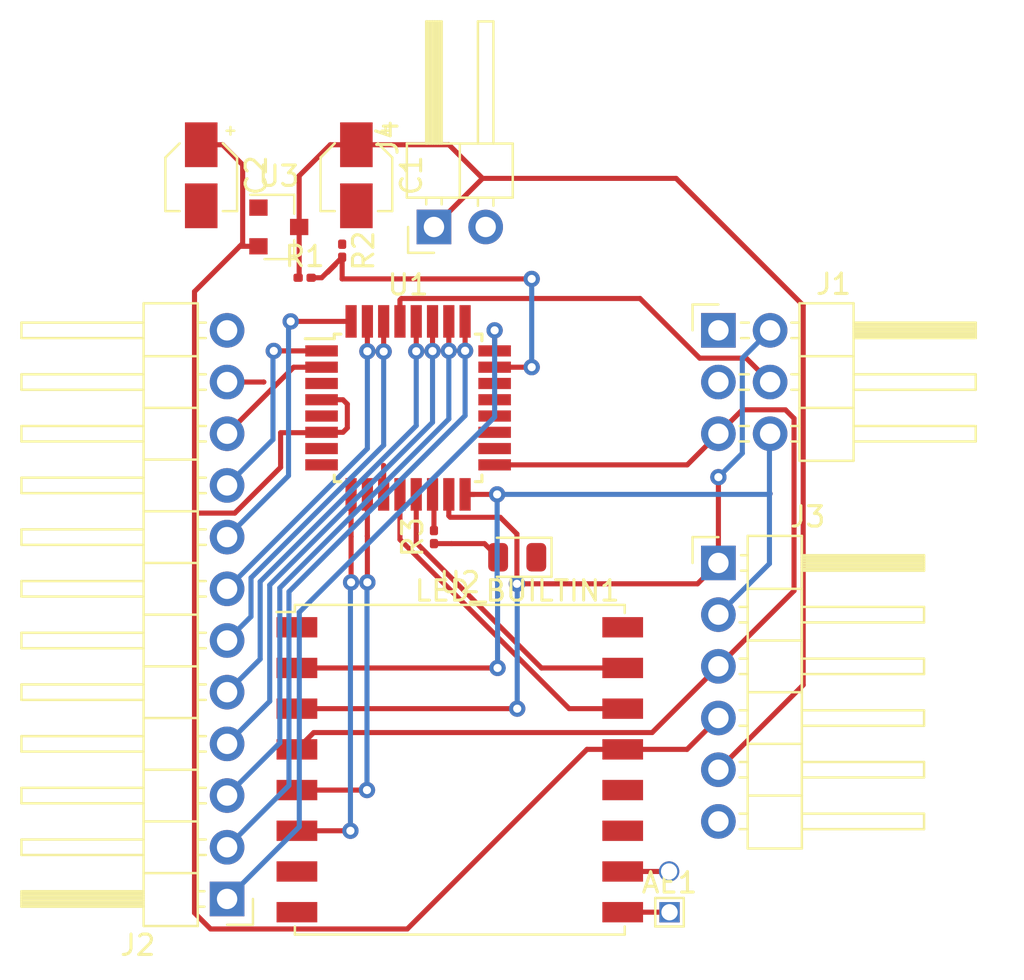
<source format=kicad_pcb>
(kicad_pcb (version 20171130) (host pcbnew 5.1.9)

  (general
    (thickness 1.6)
    (drawings 0)
    (tracks 212)
    (zones 0)
    (modules 14)
    (nets 38)
  )

  (page A4)
  (layers
    (0 F.Cu signal)
    (31 B.Cu signal)
    (32 B.Adhes user)
    (33 F.Adhes user)
    (34 B.Paste user)
    (35 F.Paste user)
    (36 B.SilkS user)
    (37 F.SilkS user)
    (38 B.Mask user)
    (39 F.Mask user)
    (40 Dwgs.User user)
    (41 Cmts.User user)
    (42 Eco1.User user)
    (43 Eco2.User user)
    (44 Edge.Cuts user)
    (45 Margin user)
    (46 B.CrtYd user)
    (47 F.CrtYd user)
    (48 B.Fab user)
    (49 F.Fab user)
  )

  (setup
    (last_trace_width 0.25)
    (trace_clearance 0.2)
    (zone_clearance 0.508)
    (zone_45_only no)
    (trace_min 0.2)
    (via_size 0.8)
    (via_drill 0.4)
    (via_min_size 0.4)
    (via_min_drill 0.3)
    (uvia_size 0.3)
    (uvia_drill 0.1)
    (uvias_allowed no)
    (uvia_min_size 0.2)
    (uvia_min_drill 0.1)
    (edge_width 0.1)
    (segment_width 0.2)
    (pcb_text_width 0.3)
    (pcb_text_size 1.5 1.5)
    (mod_edge_width 0.15)
    (mod_text_size 1 1)
    (mod_text_width 0.15)
    (pad_size 1 1)
    (pad_drill 0.8)
    (pad_to_mask_clearance 0)
    (aux_axis_origin 0 0)
    (visible_elements FFFFFF7F)
    (pcbplotparams
      (layerselection 0x010fc_ffffffff)
      (usegerberextensions false)
      (usegerberattributes true)
      (usegerberadvancedattributes true)
      (creategerberjobfile true)
      (excludeedgelayer true)
      (linewidth 0.100000)
      (plotframeref false)
      (viasonmask false)
      (mode 1)
      (useauxorigin false)
      (hpglpennumber 1)
      (hpglpenspeed 20)
      (hpglpendiameter 15.000000)
      (psnegative false)
      (psa4output false)
      (plotreference true)
      (plotvalue true)
      (plotinvisibletext false)
      (padsonsilk false)
      (subtractmaskfromsilk false)
      (outputformat 1)
      (mirror false)
      (drillshape 1)
      (scaleselection 1)
      (outputdirectory ""))
  )

  (net 0 "")
  (net 1 "Net-(AE1-Pad1)")
  (net 2 GND)
  (net 3 +BATT)
  (net 4 VCC)
  (net 5 MISO)
  (net 6 SCK)
  (net 7 AVR_RST)
  (net 8 "Net-(J1-Pad3)")
  (net 9 MOSI)
  (net 10 digital_7)
  (net 11 digital_4)
  (net 12 digital_3)
  (net 13 digital_2)
  (net 14 digital_1)
  (net 15 digital_0)
  (net 16 analog_5)
  (net 17 analog_4)
  (net 18 analog_3)
  (net 19 analog_2)
  (net 20 analog_1)
  (net 21 "Net-(LED_BUILTIN1-Pad2)")
  (net 22 "Net-(R1-Pad2)")
  (net 23 "Net-(R3-Pad2)")
  (net 24 "Net-(U1-Pad22)")
  (net 25 "Net-(U1-Pad20)")
  (net 26 "Net-(U1-Pad19)")
  (net 27 "Net-(U1-Pad18)")
  (net 28 "Net-(U1-Pad13)")
  (net 29 "Net-(U1-Pad12)")
  (net 30 RFM95_NSS)
  (net 31 RFM95_RST)
  (net 32 "Net-(U1-Pad8)")
  (net 33 "Net-(U1-Pad7)")
  (net 34 "Net-(U2-Pad16)")
  (net 35 "Net-(U2-Pad12)")
  (net 36 "Net-(U2-Pad11)")
  (net 37 "Net-(U2-Pad7)")

  (net_class Default "Dies ist die voreingestellte Netzklasse."
    (clearance 0.2)
    (trace_width 0.25)
    (via_dia 0.8)
    (via_drill 0.4)
    (uvia_dia 0.3)
    (uvia_drill 0.1)
    (add_net +BATT)
    (add_net AVR_RST)
    (add_net GND)
    (add_net MISO)
    (add_net MOSI)
    (add_net "Net-(AE1-Pad1)")
    (add_net "Net-(J1-Pad3)")
    (add_net "Net-(LED_BUILTIN1-Pad2)")
    (add_net "Net-(R1-Pad2)")
    (add_net "Net-(R3-Pad2)")
    (add_net "Net-(U1-Pad12)")
    (add_net "Net-(U1-Pad13)")
    (add_net "Net-(U1-Pad18)")
    (add_net "Net-(U1-Pad19)")
    (add_net "Net-(U1-Pad20)")
    (add_net "Net-(U1-Pad22)")
    (add_net "Net-(U1-Pad7)")
    (add_net "Net-(U1-Pad8)")
    (add_net "Net-(U2-Pad11)")
    (add_net "Net-(U2-Pad12)")
    (add_net "Net-(U2-Pad16)")
    (add_net "Net-(U2-Pad7)")
    (add_net RFM95_NSS)
    (add_net RFM95_RST)
    (add_net SCK)
    (add_net VCC)
    (add_net analog_1)
    (add_net analog_2)
    (add_net analog_3)
    (add_net analog_4)
    (add_net analog_5)
    (add_net digital_0)
    (add_net digital_1)
    (add_net digital_2)
    (add_net digital_3)
    (add_net digital_4)
    (add_net digital_7)
  )

  (module Package_TO_SOT_SMD:SOT-23 (layer F.Cu) (tedit 5A02FF57) (tstamp 6068F3A6)
    (at 16.51 17.78)
    (descr "SOT-23, Standard")
    (tags SOT-23)
    (path /6050B817)
    (attr smd)
    (fp_text reference U3 (at 0 -2.5) (layer F.SilkS)
      (effects (font (size 1 1) (thickness 0.15)))
    )
    (fp_text value MCP1700-3302E_SOT23 (at 0 2.5) (layer F.Fab)
      (effects (font (size 1 1) (thickness 0.15)))
    )
    (fp_text user %R (at 0 0 90) (layer F.Fab)
      (effects (font (size 0.5 0.5) (thickness 0.075)))
    )
    (fp_line (start -0.7 -0.95) (end -0.7 1.5) (layer F.Fab) (width 0.1))
    (fp_line (start -0.15 -1.52) (end 0.7 -1.52) (layer F.Fab) (width 0.1))
    (fp_line (start -0.7 -0.95) (end -0.15 -1.52) (layer F.Fab) (width 0.1))
    (fp_line (start 0.7 -1.52) (end 0.7 1.52) (layer F.Fab) (width 0.1))
    (fp_line (start -0.7 1.52) (end 0.7 1.52) (layer F.Fab) (width 0.1))
    (fp_line (start 0.76 1.58) (end 0.76 0.65) (layer F.SilkS) (width 0.12))
    (fp_line (start 0.76 -1.58) (end 0.76 -0.65) (layer F.SilkS) (width 0.12))
    (fp_line (start -1.7 -1.75) (end 1.7 -1.75) (layer F.CrtYd) (width 0.05))
    (fp_line (start 1.7 -1.75) (end 1.7 1.75) (layer F.CrtYd) (width 0.05))
    (fp_line (start 1.7 1.75) (end -1.7 1.75) (layer F.CrtYd) (width 0.05))
    (fp_line (start -1.7 1.75) (end -1.7 -1.75) (layer F.CrtYd) (width 0.05))
    (fp_line (start 0.76 -1.58) (end -1.4 -1.58) (layer F.SilkS) (width 0.12))
    (fp_line (start 0.76 1.58) (end -0.7 1.58) (layer F.SilkS) (width 0.12))
    (pad 3 smd rect (at 1 0) (size 0.9 0.8) (layers F.Cu F.Paste F.Mask)
      (net 3 +BATT))
    (pad 2 smd rect (at -1 0.95) (size 0.9 0.8) (layers F.Cu F.Paste F.Mask)
      (net 4 VCC))
    (pad 1 smd rect (at -1 -0.95) (size 0.9 0.8) (layers F.Cu F.Paste F.Mask)
      (net 2 GND))
    (model ${KISYS3DMOD}/Package_TO_SOT_SMD.3dshapes/SOT-23.wrl
      (at (xyz 0 0 0))
      (scale (xyz 1 1 1))
      (rotate (xyz 0 0 0))
    )
  )

  (module RF_Module:HOPERF_RFM9XW_SMD (layer F.Cu) (tedit 5C227243) (tstamp 6068F391)
    (at 25.4 44.45)
    (descr "Low Power Long Range Transceiver Module SMD-16 (https://www.hoperf.com/data/upload/portal/20181127/5bfcbea20e9ef.pdf)")
    (tags "LoRa Low Power Long Range Transceiver Module")
    (path /6050AED1)
    (attr smd)
    (fp_text reference U2 (at 0 -9.2) (layer F.SilkS)
      (effects (font (size 1 1) (thickness 0.15)))
    )
    (fp_text value RFM95W-868S2 (at 0 9.5) (layer F.Fab)
      (effects (font (size 1 1) (thickness 0.15)))
    )
    (fp_text user %R (at 0 0) (layer F.Fab)
      (effects (font (size 1 1) (thickness 0.15)))
    )
    (fp_line (start -7 -8) (end 8 -8) (layer F.Fab) (width 0.1))
    (fp_line (start 8 8) (end 8 -8) (layer F.Fab) (width 0.1))
    (fp_line (start -8 8) (end 8 8) (layer F.Fab) (width 0.1))
    (fp_line (start -8 8) (end -8 -7) (layer F.Fab) (width 0.1))
    (fp_line (start -9.25 -8.25) (end 9.25 -8.25) (layer F.CrtYd) (width 0.05))
    (fp_line (start 9.25 -8.25) (end 9.25 8.25) (layer F.CrtYd) (width 0.05))
    (fp_line (start -9.25 8.25) (end 9.25 8.25) (layer F.CrtYd) (width 0.05))
    (fp_line (start -9.25 8.25) (end -9.25 -8.25) (layer F.CrtYd) (width 0.05))
    (fp_line (start -8.1 -8.1) (end 8.1 -8.1) (layer F.SilkS) (width 0.12))
    (fp_line (start 8.1 -8.1) (end 8.1 -7.7) (layer F.SilkS) (width 0.12))
    (fp_line (start -8.1 7.7) (end -8.1 8.1) (layer F.SilkS) (width 0.12))
    (fp_line (start -8.1 8.1) (end 8.1 8.1) (layer F.SilkS) (width 0.12))
    (fp_line (start 8.1 8.1) (end 8.1 7.7) (layer F.SilkS) (width 0.12))
    (fp_line (start -8.1 -8.1) (end -8.1 -7.75) (layer F.SilkS) (width 0.12))
    (fp_line (start -8.1 -7.75) (end -9 -7.75) (layer F.SilkS) (width 0.12))
    (fp_line (start -7 -8) (end -8 -7) (layer F.Fab) (width 0.1))
    (pad 16 smd rect (at 8 -7) (size 2 1) (layers F.Cu F.Paste F.Mask)
      (net 34 "Net-(U2-Pad16)"))
    (pad 15 smd rect (at 8 -5) (size 2 1) (layers F.Cu F.Paste F.Mask)
      (net 28 "Net-(U1-Pad13)"))
    (pad 14 smd rect (at 8 -3) (size 2 1) (layers F.Cu F.Paste F.Mask)
      (net 29 "Net-(U1-Pad12)"))
    (pad 13 smd rect (at 8 -1) (size 2 1) (layers F.Cu F.Paste F.Mask)
      (net 4 VCC))
    (pad 12 smd rect (at 8 1) (size 2 1) (layers F.Cu F.Paste F.Mask)
      (net 35 "Net-(U2-Pad12)"))
    (pad 11 smd rect (at 8 3) (size 2 1) (layers F.Cu F.Paste F.Mask)
      (net 36 "Net-(U2-Pad11)"))
    (pad 10 smd rect (at 8 5) (size 2 1) (layers F.Cu F.Paste F.Mask)
      (net 2 GND))
    (pad 9 smd rect (at 8 7) (size 2 1) (layers F.Cu F.Paste F.Mask)
      (net 1 "Net-(AE1-Pad1)"))
    (pad 8 smd rect (at -8 7) (size 2 1) (layers F.Cu F.Paste F.Mask)
      (net 2 GND))
    (pad 7 smd rect (at -8 5) (size 2 1) (layers F.Cu F.Paste F.Mask)
      (net 37 "Net-(U2-Pad7)"))
    (pad 6 smd rect (at -8 3) (size 2 1) (layers F.Cu F.Paste F.Mask)
      (net 31 RFM95_RST))
    (pad 5 smd rect (at -8 1) (size 2 1) (layers F.Cu F.Paste F.Mask)
      (net 30 RFM95_NSS))
    (pad 4 smd rect (at -8 -1) (size 2 1) (layers F.Cu F.Paste F.Mask)
      (net 6 SCK))
    (pad 3 smd rect (at -8 -3) (size 2 1) (layers F.Cu F.Paste F.Mask)
      (net 9 MOSI))
    (pad 2 smd rect (at -8 -5) (size 2 1) (layers F.Cu F.Paste F.Mask)
      (net 5 MISO))
    (pad 1 smd rect (at -8 -7) (size 2 1) (layers F.Cu F.Paste F.Mask)
      (net 2 GND))
    (model ${KISYS3DMOD}/RF_Module.3dshapes/HOPERF_RFM9XW_SMD.wrl
      (at (xyz 0 0 0))
      (scale (xyz 1 1 1))
      (rotate (xyz 0 0 0))
    )
  )

  (module Package_QFP:TQFP-32_7x7mm_P0.8mm (layer F.Cu) (tedit 5A02F146) (tstamp 6068F36C)
    (at 22.86 26.67)
    (descr "32-Lead Plastic Thin Quad Flatpack (PT) - 7x7x1.0 mm Body, 2.00 mm [TQFP] (see Microchip Packaging Specification 00000049BS.pdf)")
    (tags "QFP 0.8")
    (path /60507DF6)
    (attr smd)
    (fp_text reference U1 (at 0 -6.05) (layer F.SilkS)
      (effects (font (size 1 1) (thickness 0.15)))
    )
    (fp_text value ATmega328P-AU (at 0 6.05) (layer F.Fab)
      (effects (font (size 1 1) (thickness 0.15)))
    )
    (fp_text user %R (at 0 0) (layer F.Fab)
      (effects (font (size 1 1) (thickness 0.15)))
    )
    (fp_line (start -2.5 -3.5) (end 3.5 -3.5) (layer F.Fab) (width 0.15))
    (fp_line (start 3.5 -3.5) (end 3.5 3.5) (layer F.Fab) (width 0.15))
    (fp_line (start 3.5 3.5) (end -3.5 3.5) (layer F.Fab) (width 0.15))
    (fp_line (start -3.5 3.5) (end -3.5 -2.5) (layer F.Fab) (width 0.15))
    (fp_line (start -3.5 -2.5) (end -2.5 -3.5) (layer F.Fab) (width 0.15))
    (fp_line (start -5.3 -5.3) (end -5.3 5.3) (layer F.CrtYd) (width 0.05))
    (fp_line (start 5.3 -5.3) (end 5.3 5.3) (layer F.CrtYd) (width 0.05))
    (fp_line (start -5.3 -5.3) (end 5.3 -5.3) (layer F.CrtYd) (width 0.05))
    (fp_line (start -5.3 5.3) (end 5.3 5.3) (layer F.CrtYd) (width 0.05))
    (fp_line (start -3.625 -3.625) (end -3.625 -3.4) (layer F.SilkS) (width 0.15))
    (fp_line (start 3.625 -3.625) (end 3.625 -3.3) (layer F.SilkS) (width 0.15))
    (fp_line (start 3.625 3.625) (end 3.625 3.3) (layer F.SilkS) (width 0.15))
    (fp_line (start -3.625 3.625) (end -3.625 3.3) (layer F.SilkS) (width 0.15))
    (fp_line (start -3.625 -3.625) (end -3.3 -3.625) (layer F.SilkS) (width 0.15))
    (fp_line (start -3.625 3.625) (end -3.3 3.625) (layer F.SilkS) (width 0.15))
    (fp_line (start 3.625 3.625) (end 3.3 3.625) (layer F.SilkS) (width 0.15))
    (fp_line (start 3.625 -3.625) (end 3.3 -3.625) (layer F.SilkS) (width 0.15))
    (fp_line (start -3.625 -3.4) (end -5.05 -3.4) (layer F.SilkS) (width 0.15))
    (pad 32 smd rect (at -2.8 -4.25 90) (size 1.6 0.55) (layers F.Cu F.Paste F.Mask)
      (net 13 digital_2))
    (pad 31 smd rect (at -2 -4.25 90) (size 1.6 0.55) (layers F.Cu F.Paste F.Mask)
      (net 14 digital_1))
    (pad 30 smd rect (at -1.2 -4.25 90) (size 1.6 0.55) (layers F.Cu F.Paste F.Mask)
      (net 15 digital_0))
    (pad 29 smd rect (at -0.4 -4.25 90) (size 1.6 0.55) (layers F.Cu F.Paste F.Mask)
      (net 7 AVR_RST))
    (pad 28 smd rect (at 0.4 -4.25 90) (size 1.6 0.55) (layers F.Cu F.Paste F.Mask)
      (net 16 analog_5))
    (pad 27 smd rect (at 1.2 -4.25 90) (size 1.6 0.55) (layers F.Cu F.Paste F.Mask)
      (net 17 analog_4))
    (pad 26 smd rect (at 2 -4.25 90) (size 1.6 0.55) (layers F.Cu F.Paste F.Mask)
      (net 18 analog_3))
    (pad 25 smd rect (at 2.8 -4.25 90) (size 1.6 0.55) (layers F.Cu F.Paste F.Mask)
      (net 19 analog_2))
    (pad 24 smd rect (at 4.25 -2.8) (size 1.6 0.55) (layers F.Cu F.Paste F.Mask)
      (net 20 analog_1))
    (pad 23 smd rect (at 4.25 -2) (size 1.6 0.55) (layers F.Cu F.Paste F.Mask)
      (net 22 "Net-(R1-Pad2)"))
    (pad 22 smd rect (at 4.25 -1.2) (size 1.6 0.55) (layers F.Cu F.Paste F.Mask)
      (net 24 "Net-(U1-Pad22)"))
    (pad 21 smd rect (at 4.25 -0.4) (size 1.6 0.55) (layers F.Cu F.Paste F.Mask)
      (net 2 GND))
    (pad 20 smd rect (at 4.25 0.4) (size 1.6 0.55) (layers F.Cu F.Paste F.Mask)
      (net 25 "Net-(U1-Pad20)"))
    (pad 19 smd rect (at 4.25 1.2) (size 1.6 0.55) (layers F.Cu F.Paste F.Mask)
      (net 26 "Net-(U1-Pad19)"))
    (pad 18 smd rect (at 4.25 2) (size 1.6 0.55) (layers F.Cu F.Paste F.Mask)
      (net 27 "Net-(U1-Pad18)"))
    (pad 17 smd rect (at 4.25 2.8) (size 1.6 0.55) (layers F.Cu F.Paste F.Mask)
      (net 6 SCK))
    (pad 16 smd rect (at 2.8 4.25 90) (size 1.6 0.55) (layers F.Cu F.Paste F.Mask)
      (net 5 MISO))
    (pad 15 smd rect (at 2 4.25 90) (size 1.6 0.55) (layers F.Cu F.Paste F.Mask)
      (net 9 MOSI))
    (pad 14 smd rect (at 1.2 4.25 90) (size 1.6 0.55) (layers F.Cu F.Paste F.Mask)
      (net 23 "Net-(R3-Pad2)"))
    (pad 13 smd rect (at 0.4 4.25 90) (size 1.6 0.55) (layers F.Cu F.Paste F.Mask)
      (net 28 "Net-(U1-Pad13)"))
    (pad 12 smd rect (at -0.4 4.25 90) (size 1.6 0.55) (layers F.Cu F.Paste F.Mask)
      (net 29 "Net-(U1-Pad12)"))
    (pad 11 smd rect (at -1.2 4.25 90) (size 1.6 0.55) (layers F.Cu F.Paste F.Mask)
      (net 10 digital_7))
    (pad 10 smd rect (at -2 4.25 90) (size 1.6 0.55) (layers F.Cu F.Paste F.Mask)
      (net 30 RFM95_NSS))
    (pad 9 smd rect (at -2.8 4.25 90) (size 1.6 0.55) (layers F.Cu F.Paste F.Mask)
      (net 31 RFM95_RST))
    (pad 8 smd rect (at -4.25 2.8) (size 1.6 0.55) (layers F.Cu F.Paste F.Mask)
      (net 32 "Net-(U1-Pad8)"))
    (pad 7 smd rect (at -4.25 2) (size 1.6 0.55) (layers F.Cu F.Paste F.Mask)
      (net 33 "Net-(U1-Pad7)"))
    (pad 6 smd rect (at -4.25 1.2) (size 1.6 0.55) (layers F.Cu F.Paste F.Mask)
      (net 4 VCC))
    (pad 5 smd rect (at -4.25 0.4) (size 1.6 0.55) (layers F.Cu F.Paste F.Mask)
      (net 2 GND))
    (pad 4 smd rect (at -4.25 -0.4) (size 1.6 0.55) (layers F.Cu F.Paste F.Mask)
      (net 4 VCC))
    (pad 3 smd rect (at -4.25 -1.2) (size 1.6 0.55) (layers F.Cu F.Paste F.Mask)
      (net 2 GND))
    (pad 2 smd rect (at -4.25 -2) (size 1.6 0.55) (layers F.Cu F.Paste F.Mask)
      (net 11 digital_4))
    (pad 1 smd rect (at -4.25 -2.8) (size 1.6 0.55) (layers F.Cu F.Paste F.Mask)
      (net 12 digital_3))
    (model ${KISYS3DMOD}/Package_QFP.3dshapes/TQFP-32_7x7mm_P0.8mm.wrl
      (at (xyz 0 0 0))
      (scale (xyz 1 1 1))
      (rotate (xyz 0 0 0))
    )
  )

  (module Resistor_SMD:R_0201_0603Metric (layer F.Cu) (tedit 5F68FEEE) (tstamp 6068F335)
    (at 24.13 33.02 90)
    (descr "Resistor SMD 0201 (0603 Metric), square (rectangular) end terminal, IPC_7351 nominal, (Body size source: https://www.vishay.com/docs/20052/crcw0201e3.pdf), generated with kicad-footprint-generator")
    (tags resistor)
    (path /6067D559)
    (attr smd)
    (fp_text reference R3 (at 0 -1.05 90) (layer F.SilkS)
      (effects (font (size 1 1) (thickness 0.15)))
    )
    (fp_text value 65R (at 0 1.05 90) (layer F.Fab)
      (effects (font (size 1 1) (thickness 0.15)))
    )
    (fp_text user %R (at 0 -0.68 90) (layer F.Fab)
      (effects (font (size 0.25 0.25) (thickness 0.04)))
    )
    (fp_line (start -0.3 0.15) (end -0.3 -0.15) (layer F.Fab) (width 0.1))
    (fp_line (start -0.3 -0.15) (end 0.3 -0.15) (layer F.Fab) (width 0.1))
    (fp_line (start 0.3 -0.15) (end 0.3 0.15) (layer F.Fab) (width 0.1))
    (fp_line (start 0.3 0.15) (end -0.3 0.15) (layer F.Fab) (width 0.1))
    (fp_line (start -0.7 0.35) (end -0.7 -0.35) (layer F.CrtYd) (width 0.05))
    (fp_line (start -0.7 -0.35) (end 0.7 -0.35) (layer F.CrtYd) (width 0.05))
    (fp_line (start 0.7 -0.35) (end 0.7 0.35) (layer F.CrtYd) (width 0.05))
    (fp_line (start 0.7 0.35) (end -0.7 0.35) (layer F.CrtYd) (width 0.05))
    (pad 2 smd roundrect (at 0.32 0 90) (size 0.46 0.4) (layers F.Cu F.Mask) (roundrect_rratio 0.25)
      (net 23 "Net-(R3-Pad2)"))
    (pad 1 smd roundrect (at -0.32 0 90) (size 0.46 0.4) (layers F.Cu F.Mask) (roundrect_rratio 0.25)
      (net 21 "Net-(LED_BUILTIN1-Pad2)"))
    (pad "" smd roundrect (at 0.345 0 90) (size 0.318 0.36) (layers F.Paste) (roundrect_rratio 0.25))
    (pad "" smd roundrect (at -0.345 0 90) (size 0.318 0.36) (layers F.Paste) (roundrect_rratio 0.25))
    (model ${KISYS3DMOD}/Resistor_SMD.3dshapes/R_0201_0603Metric.wrl
      (at (xyz 0 0 0))
      (scale (xyz 1 1 1))
      (rotate (xyz 0 0 0))
    )
  )

  (module Resistor_SMD:R_0201_0603Metric (layer F.Cu) (tedit 5F68FEEE) (tstamp 6068F324)
    (at 19.6215 18.9484 270)
    (descr "Resistor SMD 0201 (0603 Metric), square (rectangular) end terminal, IPC_7351 nominal, (Body size source: https://www.vishay.com/docs/20052/crcw0201e3.pdf), generated with kicad-footprint-generator")
    (tags resistor)
    (path /60573CB2)
    (attr smd)
    (fp_text reference R2 (at 0 -1.05 90) (layer F.SilkS)
      (effects (font (size 1 1) (thickness 0.15)))
    )
    (fp_text value 320k (at 0 1.05 90) (layer F.Fab)
      (effects (font (size 1 1) (thickness 0.15)))
    )
    (fp_text user %R (at 0 -0.68 90) (layer F.Fab)
      (effects (font (size 0.25 0.25) (thickness 0.04)))
    )
    (fp_line (start -0.3 0.15) (end -0.3 -0.15) (layer F.Fab) (width 0.1))
    (fp_line (start -0.3 -0.15) (end 0.3 -0.15) (layer F.Fab) (width 0.1))
    (fp_line (start 0.3 -0.15) (end 0.3 0.15) (layer F.Fab) (width 0.1))
    (fp_line (start 0.3 0.15) (end -0.3 0.15) (layer F.Fab) (width 0.1))
    (fp_line (start -0.7 0.35) (end -0.7 -0.35) (layer F.CrtYd) (width 0.05))
    (fp_line (start -0.7 -0.35) (end 0.7 -0.35) (layer F.CrtYd) (width 0.05))
    (fp_line (start 0.7 -0.35) (end 0.7 0.35) (layer F.CrtYd) (width 0.05))
    (fp_line (start 0.7 0.35) (end -0.7 0.35) (layer F.CrtYd) (width 0.05))
    (pad 2 smd roundrect (at 0.32 0 270) (size 0.46 0.4) (layers F.Cu F.Mask) (roundrect_rratio 0.25)
      (net 22 "Net-(R1-Pad2)"))
    (pad 1 smd roundrect (at -0.32 0 270) (size 0.46 0.4) (layers F.Cu F.Mask) (roundrect_rratio 0.25)
      (net 2 GND))
    (pad "" smd roundrect (at 0.345 0 270) (size 0.318 0.36) (layers F.Paste) (roundrect_rratio 0.25))
    (pad "" smd roundrect (at -0.345 0 270) (size 0.318 0.36) (layers F.Paste) (roundrect_rratio 0.25))
    (model ${KISYS3DMOD}/Resistor_SMD.3dshapes/R_0201_0603Metric.wrl
      (at (xyz 0 0 0))
      (scale (xyz 1 1 1))
      (rotate (xyz 0 0 0))
    )
  )

  (module Resistor_SMD:R_0201_0603Metric (layer F.Cu) (tedit 5F68FEEE) (tstamp 6068F313)
    (at 17.78 20.275001)
    (descr "Resistor SMD 0201 (0603 Metric), square (rectangular) end terminal, IPC_7351 nominal, (Body size source: https://www.vishay.com/docs/20052/crcw0201e3.pdf), generated with kicad-footprint-generator")
    (tags resistor)
    (path /6057341C)
    (attr smd)
    (fp_text reference R1 (at 0 -1.05) (layer F.SilkS)
      (effects (font (size 1 1) (thickness 0.15)))
    )
    (fp_text value 100k (at 0 1.05) (layer F.Fab)
      (effects (font (size 1 1) (thickness 0.15)))
    )
    (fp_text user %R (at 0 -0.68) (layer F.Fab)
      (effects (font (size 0.25 0.25) (thickness 0.04)))
    )
    (fp_line (start -0.3 0.15) (end -0.3 -0.15) (layer F.Fab) (width 0.1))
    (fp_line (start -0.3 -0.15) (end 0.3 -0.15) (layer F.Fab) (width 0.1))
    (fp_line (start 0.3 -0.15) (end 0.3 0.15) (layer F.Fab) (width 0.1))
    (fp_line (start 0.3 0.15) (end -0.3 0.15) (layer F.Fab) (width 0.1))
    (fp_line (start -0.7 0.35) (end -0.7 -0.35) (layer F.CrtYd) (width 0.05))
    (fp_line (start -0.7 -0.35) (end 0.7 -0.35) (layer F.CrtYd) (width 0.05))
    (fp_line (start 0.7 -0.35) (end 0.7 0.35) (layer F.CrtYd) (width 0.05))
    (fp_line (start 0.7 0.35) (end -0.7 0.35) (layer F.CrtYd) (width 0.05))
    (pad 2 smd roundrect (at 0.32 0) (size 0.46 0.4) (layers F.Cu F.Mask) (roundrect_rratio 0.25)
      (net 22 "Net-(R1-Pad2)"))
    (pad 1 smd roundrect (at -0.32 0) (size 0.46 0.4) (layers F.Cu F.Mask) (roundrect_rratio 0.25)
      (net 3 +BATT))
    (pad "" smd roundrect (at 0.345 0) (size 0.318 0.36) (layers F.Paste) (roundrect_rratio 0.25))
    (pad "" smd roundrect (at -0.345 0) (size 0.318 0.36) (layers F.Paste) (roundrect_rratio 0.25))
    (model ${KISYS3DMOD}/Resistor_SMD.3dshapes/R_0201_0603Metric.wrl
      (at (xyz 0 0 0))
      (scale (xyz 1 1 1))
      (rotate (xyz 0 0 0))
    )
  )

  (module LED_SMD:LED_0805_2012Metric (layer F.Cu) (tedit 5F68FEF1) (tstamp 6068F302)
    (at 28.2194 34.0106 180)
    (descr "LED SMD 0805 (2012 Metric), square (rectangular) end terminal, IPC_7351 nominal, (Body size source: https://docs.google.com/spreadsheets/d/1BsfQQcO9C6DZCsRaXUlFlo91Tg2WpOkGARC1WS5S8t0/edit?usp=sharing), generated with kicad-footprint-generator")
    (tags LED)
    (path /6067F313)
    (attr smd)
    (fp_text reference LED_BUILTIN1 (at 0 -1.65) (layer F.SilkS)
      (effects (font (size 1 1) (thickness 0.15)))
    )
    (fp_text value LED (at 0 1.65) (layer F.Fab)
      (effects (font (size 1 1) (thickness 0.15)))
    )
    (fp_text user %R (at 0.0635 0.0508) (layer F.Fab)
      (effects (font (size 0.5 0.5) (thickness 0.08)))
    )
    (fp_line (start 1 -0.6) (end -0.7 -0.6) (layer F.Fab) (width 0.1))
    (fp_line (start -0.7 -0.6) (end -1 -0.3) (layer F.Fab) (width 0.1))
    (fp_line (start -1 -0.3) (end -1 0.6) (layer F.Fab) (width 0.1))
    (fp_line (start -1 0.6) (end 1 0.6) (layer F.Fab) (width 0.1))
    (fp_line (start 1 0.6) (end 1 -0.6) (layer F.Fab) (width 0.1))
    (fp_line (start 1 -0.96) (end -1.685 -0.96) (layer F.SilkS) (width 0.12))
    (fp_line (start -1.685 -0.96) (end -1.685 0.96) (layer F.SilkS) (width 0.12))
    (fp_line (start -1.685 0.96) (end 1 0.96) (layer F.SilkS) (width 0.12))
    (fp_line (start -1.68 0.95) (end -1.68 -0.95) (layer F.CrtYd) (width 0.05))
    (fp_line (start -1.68 -0.95) (end 1.68 -0.95) (layer F.CrtYd) (width 0.05))
    (fp_line (start 1.68 -0.95) (end 1.68 0.95) (layer F.CrtYd) (width 0.05))
    (fp_line (start 1.68 0.95) (end -1.68 0.95) (layer F.CrtYd) (width 0.05))
    (pad 2 smd roundrect (at 0.9375 0 180) (size 0.975 1.4) (layers F.Cu F.Paste F.Mask) (roundrect_rratio 0.25)
      (net 21 "Net-(LED_BUILTIN1-Pad2)"))
    (pad 1 smd roundrect (at -0.9375 0 180) (size 0.975 1.4) (layers F.Cu F.Paste F.Mask) (roundrect_rratio 0.25)
      (net 2 GND))
    (model ${KISYS3DMOD}/LED_SMD.3dshapes/LED_0805_2012Metric.wrl
      (at (xyz 0 0 0))
      (scale (xyz 1 1 1))
      (rotate (xyz 0 0 0))
    )
  )

  (module Connector_PinHeader_2.54mm:PinHeader_1x02_P2.54mm_Horizontal (layer F.Cu) (tedit 59FED5CB) (tstamp 6068F2EF)
    (at 24.13 17.78 90)
    (descr "Through hole angled pin header, 1x02, 2.54mm pitch, 6mm pin length, single row")
    (tags "Through hole angled pin header THT 1x02 2.54mm single row")
    (path /606FDDB2)
    (fp_text reference J4 (at 4.385 -2.27 90) (layer F.SilkS)
      (effects (font (size 1 1) (thickness 0.15)))
    )
    (fp_text value Conn_01x02_Male (at 4.385 4.81 90) (layer F.Fab)
      (effects (font (size 1 1) (thickness 0.15)))
    )
    (fp_text user %R (at 2.77 1.27) (layer F.Fab)
      (effects (font (size 1 1) (thickness 0.15)))
    )
    (fp_line (start 2.135 -1.27) (end 4.04 -1.27) (layer F.Fab) (width 0.1))
    (fp_line (start 4.04 -1.27) (end 4.04 3.81) (layer F.Fab) (width 0.1))
    (fp_line (start 4.04 3.81) (end 1.5 3.81) (layer F.Fab) (width 0.1))
    (fp_line (start 1.5 3.81) (end 1.5 -0.635) (layer F.Fab) (width 0.1))
    (fp_line (start 1.5 -0.635) (end 2.135 -1.27) (layer F.Fab) (width 0.1))
    (fp_line (start -0.32 -0.32) (end 1.5 -0.32) (layer F.Fab) (width 0.1))
    (fp_line (start -0.32 -0.32) (end -0.32 0.32) (layer F.Fab) (width 0.1))
    (fp_line (start -0.32 0.32) (end 1.5 0.32) (layer F.Fab) (width 0.1))
    (fp_line (start 4.04 -0.32) (end 10.04 -0.32) (layer F.Fab) (width 0.1))
    (fp_line (start 10.04 -0.32) (end 10.04 0.32) (layer F.Fab) (width 0.1))
    (fp_line (start 4.04 0.32) (end 10.04 0.32) (layer F.Fab) (width 0.1))
    (fp_line (start -0.32 2.22) (end 1.5 2.22) (layer F.Fab) (width 0.1))
    (fp_line (start -0.32 2.22) (end -0.32 2.86) (layer F.Fab) (width 0.1))
    (fp_line (start -0.32 2.86) (end 1.5 2.86) (layer F.Fab) (width 0.1))
    (fp_line (start 4.04 2.22) (end 10.04 2.22) (layer F.Fab) (width 0.1))
    (fp_line (start 10.04 2.22) (end 10.04 2.86) (layer F.Fab) (width 0.1))
    (fp_line (start 4.04 2.86) (end 10.04 2.86) (layer F.Fab) (width 0.1))
    (fp_line (start 1.44 -1.33) (end 1.44 3.87) (layer F.SilkS) (width 0.12))
    (fp_line (start 1.44 3.87) (end 4.1 3.87) (layer F.SilkS) (width 0.12))
    (fp_line (start 4.1 3.87) (end 4.1 -1.33) (layer F.SilkS) (width 0.12))
    (fp_line (start 4.1 -1.33) (end 1.44 -1.33) (layer F.SilkS) (width 0.12))
    (fp_line (start 4.1 -0.38) (end 10.1 -0.38) (layer F.SilkS) (width 0.12))
    (fp_line (start 10.1 -0.38) (end 10.1 0.38) (layer F.SilkS) (width 0.12))
    (fp_line (start 10.1 0.38) (end 4.1 0.38) (layer F.SilkS) (width 0.12))
    (fp_line (start 4.1 -0.32) (end 10.1 -0.32) (layer F.SilkS) (width 0.12))
    (fp_line (start 4.1 -0.2) (end 10.1 -0.2) (layer F.SilkS) (width 0.12))
    (fp_line (start 4.1 -0.08) (end 10.1 -0.08) (layer F.SilkS) (width 0.12))
    (fp_line (start 4.1 0.04) (end 10.1 0.04) (layer F.SilkS) (width 0.12))
    (fp_line (start 4.1 0.16) (end 10.1 0.16) (layer F.SilkS) (width 0.12))
    (fp_line (start 4.1 0.28) (end 10.1 0.28) (layer F.SilkS) (width 0.12))
    (fp_line (start 1.11 -0.38) (end 1.44 -0.38) (layer F.SilkS) (width 0.12))
    (fp_line (start 1.11 0.38) (end 1.44 0.38) (layer F.SilkS) (width 0.12))
    (fp_line (start 1.44 1.27) (end 4.1 1.27) (layer F.SilkS) (width 0.12))
    (fp_line (start 4.1 2.16) (end 10.1 2.16) (layer F.SilkS) (width 0.12))
    (fp_line (start 10.1 2.16) (end 10.1 2.92) (layer F.SilkS) (width 0.12))
    (fp_line (start 10.1 2.92) (end 4.1 2.92) (layer F.SilkS) (width 0.12))
    (fp_line (start 1.042929 2.16) (end 1.44 2.16) (layer F.SilkS) (width 0.12))
    (fp_line (start 1.042929 2.92) (end 1.44 2.92) (layer F.SilkS) (width 0.12))
    (fp_line (start -1.27 0) (end -1.27 -1.27) (layer F.SilkS) (width 0.12))
    (fp_line (start -1.27 -1.27) (end 0 -1.27) (layer F.SilkS) (width 0.12))
    (fp_line (start -1.8 -1.8) (end -1.8 4.35) (layer F.CrtYd) (width 0.05))
    (fp_line (start -1.8 4.35) (end 10.55 4.35) (layer F.CrtYd) (width 0.05))
    (fp_line (start 10.55 4.35) (end 10.55 -1.8) (layer F.CrtYd) (width 0.05))
    (fp_line (start 10.55 -1.8) (end -1.8 -1.8) (layer F.CrtYd) (width 0.05))
    (pad 2 thru_hole oval (at 0 2.54 90) (size 1.7 1.7) (drill 1) (layers *.Cu *.Mask)
      (net 2 GND))
    (pad 1 thru_hole rect (at 0 0 90) (size 1.7 1.7) (drill 1) (layers *.Cu *.Mask)
      (net 3 +BATT))
    (model ${KISYS3DMOD}/Connector_PinHeader_2.54mm.3dshapes/PinHeader_1x02_P2.54mm_Horizontal.wrl
      (at (xyz 0 0 0))
      (scale (xyz 1 1 1))
      (rotate (xyz 0 0 0))
    )
  )

  (module Connector_PinHeader_2.54mm:PinHeader_1x06_P2.54mm_Horizontal (layer F.Cu) (tedit 59FED5CB) (tstamp 6068F2BC)
    (at 38.1 34.29)
    (descr "Through hole angled pin header, 1x06, 2.54mm pitch, 6mm pin length, single row")
    (tags "Through hole angled pin header THT 1x06 2.54mm single row")
    (path /606B6810)
    (fp_text reference J3 (at 4.385 -2.27) (layer F.SilkS)
      (effects (font (size 1 1) (thickness 0.15)))
    )
    (fp_text value Conn_01x06_Male (at 4.385 14.97) (layer F.Fab)
      (effects (font (size 1 1) (thickness 0.15)))
    )
    (fp_text user %R (at 2.77 6.35 90) (layer F.Fab)
      (effects (font (size 1 1) (thickness 0.15)))
    )
    (fp_line (start 2.135 -1.27) (end 4.04 -1.27) (layer F.Fab) (width 0.1))
    (fp_line (start 4.04 -1.27) (end 4.04 13.97) (layer F.Fab) (width 0.1))
    (fp_line (start 4.04 13.97) (end 1.5 13.97) (layer F.Fab) (width 0.1))
    (fp_line (start 1.5 13.97) (end 1.5 -0.635) (layer F.Fab) (width 0.1))
    (fp_line (start 1.5 -0.635) (end 2.135 -1.27) (layer F.Fab) (width 0.1))
    (fp_line (start -0.32 -0.32) (end 1.5 -0.32) (layer F.Fab) (width 0.1))
    (fp_line (start -0.32 -0.32) (end -0.32 0.32) (layer F.Fab) (width 0.1))
    (fp_line (start -0.32 0.32) (end 1.5 0.32) (layer F.Fab) (width 0.1))
    (fp_line (start 4.04 -0.32) (end 10.04 -0.32) (layer F.Fab) (width 0.1))
    (fp_line (start 10.04 -0.32) (end 10.04 0.32) (layer F.Fab) (width 0.1))
    (fp_line (start 4.04 0.32) (end 10.04 0.32) (layer F.Fab) (width 0.1))
    (fp_line (start -0.32 2.22) (end 1.5 2.22) (layer F.Fab) (width 0.1))
    (fp_line (start -0.32 2.22) (end -0.32 2.86) (layer F.Fab) (width 0.1))
    (fp_line (start -0.32 2.86) (end 1.5 2.86) (layer F.Fab) (width 0.1))
    (fp_line (start 4.04 2.22) (end 10.04 2.22) (layer F.Fab) (width 0.1))
    (fp_line (start 10.04 2.22) (end 10.04 2.86) (layer F.Fab) (width 0.1))
    (fp_line (start 4.04 2.86) (end 10.04 2.86) (layer F.Fab) (width 0.1))
    (fp_line (start -0.32 4.76) (end 1.5 4.76) (layer F.Fab) (width 0.1))
    (fp_line (start -0.32 4.76) (end -0.32 5.4) (layer F.Fab) (width 0.1))
    (fp_line (start -0.32 5.4) (end 1.5 5.4) (layer F.Fab) (width 0.1))
    (fp_line (start 4.04 4.76) (end 10.04 4.76) (layer F.Fab) (width 0.1))
    (fp_line (start 10.04 4.76) (end 10.04 5.4) (layer F.Fab) (width 0.1))
    (fp_line (start 4.04 5.4) (end 10.04 5.4) (layer F.Fab) (width 0.1))
    (fp_line (start -0.32 7.3) (end 1.5 7.3) (layer F.Fab) (width 0.1))
    (fp_line (start -0.32 7.3) (end -0.32 7.94) (layer F.Fab) (width 0.1))
    (fp_line (start -0.32 7.94) (end 1.5 7.94) (layer F.Fab) (width 0.1))
    (fp_line (start 4.04 7.3) (end 10.04 7.3) (layer F.Fab) (width 0.1))
    (fp_line (start 10.04 7.3) (end 10.04 7.94) (layer F.Fab) (width 0.1))
    (fp_line (start 4.04 7.94) (end 10.04 7.94) (layer F.Fab) (width 0.1))
    (fp_line (start -0.32 9.84) (end 1.5 9.84) (layer F.Fab) (width 0.1))
    (fp_line (start -0.32 9.84) (end -0.32 10.48) (layer F.Fab) (width 0.1))
    (fp_line (start -0.32 10.48) (end 1.5 10.48) (layer F.Fab) (width 0.1))
    (fp_line (start 4.04 9.84) (end 10.04 9.84) (layer F.Fab) (width 0.1))
    (fp_line (start 10.04 9.84) (end 10.04 10.48) (layer F.Fab) (width 0.1))
    (fp_line (start 4.04 10.48) (end 10.04 10.48) (layer F.Fab) (width 0.1))
    (fp_line (start -0.32 12.38) (end 1.5 12.38) (layer F.Fab) (width 0.1))
    (fp_line (start -0.32 12.38) (end -0.32 13.02) (layer F.Fab) (width 0.1))
    (fp_line (start -0.32 13.02) (end 1.5 13.02) (layer F.Fab) (width 0.1))
    (fp_line (start 4.04 12.38) (end 10.04 12.38) (layer F.Fab) (width 0.1))
    (fp_line (start 10.04 12.38) (end 10.04 13.02) (layer F.Fab) (width 0.1))
    (fp_line (start 4.04 13.02) (end 10.04 13.02) (layer F.Fab) (width 0.1))
    (fp_line (start 1.44 -1.33) (end 1.44 14.03) (layer F.SilkS) (width 0.12))
    (fp_line (start 1.44 14.03) (end 4.1 14.03) (layer F.SilkS) (width 0.12))
    (fp_line (start 4.1 14.03) (end 4.1 -1.33) (layer F.SilkS) (width 0.12))
    (fp_line (start 4.1 -1.33) (end 1.44 -1.33) (layer F.SilkS) (width 0.12))
    (fp_line (start 4.1 -0.38) (end 10.1 -0.38) (layer F.SilkS) (width 0.12))
    (fp_line (start 10.1 -0.38) (end 10.1 0.38) (layer F.SilkS) (width 0.12))
    (fp_line (start 10.1 0.38) (end 4.1 0.38) (layer F.SilkS) (width 0.12))
    (fp_line (start 4.1 -0.32) (end 10.1 -0.32) (layer F.SilkS) (width 0.12))
    (fp_line (start 4.1 -0.2) (end 10.1 -0.2) (layer F.SilkS) (width 0.12))
    (fp_line (start 4.1 -0.08) (end 10.1 -0.08) (layer F.SilkS) (width 0.12))
    (fp_line (start 4.1 0.04) (end 10.1 0.04) (layer F.SilkS) (width 0.12))
    (fp_line (start 4.1 0.16) (end 10.1 0.16) (layer F.SilkS) (width 0.12))
    (fp_line (start 4.1 0.28) (end 10.1 0.28) (layer F.SilkS) (width 0.12))
    (fp_line (start 1.11 -0.38) (end 1.44 -0.38) (layer F.SilkS) (width 0.12))
    (fp_line (start 1.11 0.38) (end 1.44 0.38) (layer F.SilkS) (width 0.12))
    (fp_line (start 1.44 1.27) (end 4.1 1.27) (layer F.SilkS) (width 0.12))
    (fp_line (start 4.1 2.16) (end 10.1 2.16) (layer F.SilkS) (width 0.12))
    (fp_line (start 10.1 2.16) (end 10.1 2.92) (layer F.SilkS) (width 0.12))
    (fp_line (start 10.1 2.92) (end 4.1 2.92) (layer F.SilkS) (width 0.12))
    (fp_line (start 1.042929 2.16) (end 1.44 2.16) (layer F.SilkS) (width 0.12))
    (fp_line (start 1.042929 2.92) (end 1.44 2.92) (layer F.SilkS) (width 0.12))
    (fp_line (start 1.44 3.81) (end 4.1 3.81) (layer F.SilkS) (width 0.12))
    (fp_line (start 4.1 4.7) (end 10.1 4.7) (layer F.SilkS) (width 0.12))
    (fp_line (start 10.1 4.7) (end 10.1 5.46) (layer F.SilkS) (width 0.12))
    (fp_line (start 10.1 5.46) (end 4.1 5.46) (layer F.SilkS) (width 0.12))
    (fp_line (start 1.042929 4.7) (end 1.44 4.7) (layer F.SilkS) (width 0.12))
    (fp_line (start 1.042929 5.46) (end 1.44 5.46) (layer F.SilkS) (width 0.12))
    (fp_line (start 1.44 6.35) (end 4.1 6.35) (layer F.SilkS) (width 0.12))
    (fp_line (start 4.1 7.24) (end 10.1 7.24) (layer F.SilkS) (width 0.12))
    (fp_line (start 10.1 7.24) (end 10.1 8) (layer F.SilkS) (width 0.12))
    (fp_line (start 10.1 8) (end 4.1 8) (layer F.SilkS) (width 0.12))
    (fp_line (start 1.042929 7.24) (end 1.44 7.24) (layer F.SilkS) (width 0.12))
    (fp_line (start 1.042929 8) (end 1.44 8) (layer F.SilkS) (width 0.12))
    (fp_line (start 1.44 8.89) (end 4.1 8.89) (layer F.SilkS) (width 0.12))
    (fp_line (start 4.1 9.78) (end 10.1 9.78) (layer F.SilkS) (width 0.12))
    (fp_line (start 10.1 9.78) (end 10.1 10.54) (layer F.SilkS) (width 0.12))
    (fp_line (start 10.1 10.54) (end 4.1 10.54) (layer F.SilkS) (width 0.12))
    (fp_line (start 1.042929 9.78) (end 1.44 9.78) (layer F.SilkS) (width 0.12))
    (fp_line (start 1.042929 10.54) (end 1.44 10.54) (layer F.SilkS) (width 0.12))
    (fp_line (start 1.44 11.43) (end 4.1 11.43) (layer F.SilkS) (width 0.12))
    (fp_line (start 4.1 12.32) (end 10.1 12.32) (layer F.SilkS) (width 0.12))
    (fp_line (start 10.1 12.32) (end 10.1 13.08) (layer F.SilkS) (width 0.12))
    (fp_line (start 10.1 13.08) (end 4.1 13.08) (layer F.SilkS) (width 0.12))
    (fp_line (start 1.042929 12.32) (end 1.44 12.32) (layer F.SilkS) (width 0.12))
    (fp_line (start 1.042929 13.08) (end 1.44 13.08) (layer F.SilkS) (width 0.12))
    (fp_line (start -1.27 0) (end -1.27 -1.27) (layer F.SilkS) (width 0.12))
    (fp_line (start -1.27 -1.27) (end 0 -1.27) (layer F.SilkS) (width 0.12))
    (fp_line (start -1.8 -1.8) (end -1.8 14.5) (layer F.CrtYd) (width 0.05))
    (fp_line (start -1.8 14.5) (end 10.55 14.5) (layer F.CrtYd) (width 0.05))
    (fp_line (start 10.55 14.5) (end 10.55 -1.8) (layer F.CrtYd) (width 0.05))
    (fp_line (start 10.55 -1.8) (end -1.8 -1.8) (layer F.CrtYd) (width 0.05))
    (pad 6 thru_hole oval (at 0 12.7) (size 1.7 1.7) (drill 1) (layers *.Cu *.Mask)
      (net 2 GND))
    (pad 5 thru_hole oval (at 0 10.16) (size 1.7 1.7) (drill 1) (layers *.Cu *.Mask)
      (net 3 +BATT))
    (pad 4 thru_hole oval (at 0 7.62) (size 1.7 1.7) (drill 1) (layers *.Cu *.Mask)
      (net 4 VCC))
    (pad 3 thru_hole oval (at 0 5.08) (size 1.7 1.7) (drill 1) (layers *.Cu *.Mask)
      (net 6 SCK))
    (pad 2 thru_hole oval (at 0 2.54) (size 1.7 1.7) (drill 1) (layers *.Cu *.Mask)
      (net 5 MISO))
    (pad 1 thru_hole rect (at 0 0) (size 1.7 1.7) (drill 1) (layers *.Cu *.Mask)
      (net 9 MOSI))
    (model ${KISYS3DMOD}/Connector_PinHeader_2.54mm.3dshapes/PinHeader_1x06_P2.54mm_Horizontal.wrl
      (at (xyz 0 0 0))
      (scale (xyz 1 1 1))
      (rotate (xyz 0 0 0))
    )
  )

  (module Connector_PinHeader_2.54mm:PinHeader_1x12_P2.54mm_Horizontal (layer F.Cu) (tedit 59FED5CB) (tstamp 6068F255)
    (at 13.97 50.8 180)
    (descr "Through hole angled pin header, 1x12, 2.54mm pitch, 6mm pin length, single row")
    (tags "Through hole angled pin header THT 1x12 2.54mm single row")
    (path /60691D44)
    (fp_text reference J2 (at 4.385 -2.27) (layer F.SilkS)
      (effects (font (size 1 1) (thickness 0.15)))
    )
    (fp_text value Conn_01x12_Male (at 4.385 30.21) (layer F.Fab)
      (effects (font (size 1 1) (thickness 0.15)))
    )
    (fp_text user %R (at 2.77 13.97 90) (layer F.Fab)
      (effects (font (size 1 1) (thickness 0.15)))
    )
    (fp_line (start 2.135 -1.27) (end 4.04 -1.27) (layer F.Fab) (width 0.1))
    (fp_line (start 4.04 -1.27) (end 4.04 29.21) (layer F.Fab) (width 0.1))
    (fp_line (start 4.04 29.21) (end 1.5 29.21) (layer F.Fab) (width 0.1))
    (fp_line (start 1.5 29.21) (end 1.5 -0.635) (layer F.Fab) (width 0.1))
    (fp_line (start 1.5 -0.635) (end 2.135 -1.27) (layer F.Fab) (width 0.1))
    (fp_line (start -0.32 -0.32) (end 1.5 -0.32) (layer F.Fab) (width 0.1))
    (fp_line (start -0.32 -0.32) (end -0.32 0.32) (layer F.Fab) (width 0.1))
    (fp_line (start -0.32 0.32) (end 1.5 0.32) (layer F.Fab) (width 0.1))
    (fp_line (start 4.04 -0.32) (end 10.04 -0.32) (layer F.Fab) (width 0.1))
    (fp_line (start 10.04 -0.32) (end 10.04 0.32) (layer F.Fab) (width 0.1))
    (fp_line (start 4.04 0.32) (end 10.04 0.32) (layer F.Fab) (width 0.1))
    (fp_line (start -0.32 2.22) (end 1.5 2.22) (layer F.Fab) (width 0.1))
    (fp_line (start -0.32 2.22) (end -0.32 2.86) (layer F.Fab) (width 0.1))
    (fp_line (start -0.32 2.86) (end 1.5 2.86) (layer F.Fab) (width 0.1))
    (fp_line (start 4.04 2.22) (end 10.04 2.22) (layer F.Fab) (width 0.1))
    (fp_line (start 10.04 2.22) (end 10.04 2.86) (layer F.Fab) (width 0.1))
    (fp_line (start 4.04 2.86) (end 10.04 2.86) (layer F.Fab) (width 0.1))
    (fp_line (start -0.32 4.76) (end 1.5 4.76) (layer F.Fab) (width 0.1))
    (fp_line (start -0.32 4.76) (end -0.32 5.4) (layer F.Fab) (width 0.1))
    (fp_line (start -0.32 5.4) (end 1.5 5.4) (layer F.Fab) (width 0.1))
    (fp_line (start 4.04 4.76) (end 10.04 4.76) (layer F.Fab) (width 0.1))
    (fp_line (start 10.04 4.76) (end 10.04 5.4) (layer F.Fab) (width 0.1))
    (fp_line (start 4.04 5.4) (end 10.04 5.4) (layer F.Fab) (width 0.1))
    (fp_line (start -0.32 7.3) (end 1.5 7.3) (layer F.Fab) (width 0.1))
    (fp_line (start -0.32 7.3) (end -0.32 7.94) (layer F.Fab) (width 0.1))
    (fp_line (start -0.32 7.94) (end 1.5 7.94) (layer F.Fab) (width 0.1))
    (fp_line (start 4.04 7.3) (end 10.04 7.3) (layer F.Fab) (width 0.1))
    (fp_line (start 10.04 7.3) (end 10.04 7.94) (layer F.Fab) (width 0.1))
    (fp_line (start 4.04 7.94) (end 10.04 7.94) (layer F.Fab) (width 0.1))
    (fp_line (start -0.32 9.84) (end 1.5 9.84) (layer F.Fab) (width 0.1))
    (fp_line (start -0.32 9.84) (end -0.32 10.48) (layer F.Fab) (width 0.1))
    (fp_line (start -0.32 10.48) (end 1.5 10.48) (layer F.Fab) (width 0.1))
    (fp_line (start 4.04 9.84) (end 10.04 9.84) (layer F.Fab) (width 0.1))
    (fp_line (start 10.04 9.84) (end 10.04 10.48) (layer F.Fab) (width 0.1))
    (fp_line (start 4.04 10.48) (end 10.04 10.48) (layer F.Fab) (width 0.1))
    (fp_line (start -0.32 12.38) (end 1.5 12.38) (layer F.Fab) (width 0.1))
    (fp_line (start -0.32 12.38) (end -0.32 13.02) (layer F.Fab) (width 0.1))
    (fp_line (start -0.32 13.02) (end 1.5 13.02) (layer F.Fab) (width 0.1))
    (fp_line (start 4.04 12.38) (end 10.04 12.38) (layer F.Fab) (width 0.1))
    (fp_line (start 10.04 12.38) (end 10.04 13.02) (layer F.Fab) (width 0.1))
    (fp_line (start 4.04 13.02) (end 10.04 13.02) (layer F.Fab) (width 0.1))
    (fp_line (start -0.32 14.92) (end 1.5 14.92) (layer F.Fab) (width 0.1))
    (fp_line (start -0.32 14.92) (end -0.32 15.56) (layer F.Fab) (width 0.1))
    (fp_line (start -0.32 15.56) (end 1.5 15.56) (layer F.Fab) (width 0.1))
    (fp_line (start 4.04 14.92) (end 10.04 14.92) (layer F.Fab) (width 0.1))
    (fp_line (start 10.04 14.92) (end 10.04 15.56) (layer F.Fab) (width 0.1))
    (fp_line (start 4.04 15.56) (end 10.04 15.56) (layer F.Fab) (width 0.1))
    (fp_line (start -0.32 17.46) (end 1.5 17.46) (layer F.Fab) (width 0.1))
    (fp_line (start -0.32 17.46) (end -0.32 18.1) (layer F.Fab) (width 0.1))
    (fp_line (start -0.32 18.1) (end 1.5 18.1) (layer F.Fab) (width 0.1))
    (fp_line (start 4.04 17.46) (end 10.04 17.46) (layer F.Fab) (width 0.1))
    (fp_line (start 10.04 17.46) (end 10.04 18.1) (layer F.Fab) (width 0.1))
    (fp_line (start 4.04 18.1) (end 10.04 18.1) (layer F.Fab) (width 0.1))
    (fp_line (start -0.32 20) (end 1.5 20) (layer F.Fab) (width 0.1))
    (fp_line (start -0.32 20) (end -0.32 20.64) (layer F.Fab) (width 0.1))
    (fp_line (start -0.32 20.64) (end 1.5 20.64) (layer F.Fab) (width 0.1))
    (fp_line (start 4.04 20) (end 10.04 20) (layer F.Fab) (width 0.1))
    (fp_line (start 10.04 20) (end 10.04 20.64) (layer F.Fab) (width 0.1))
    (fp_line (start 4.04 20.64) (end 10.04 20.64) (layer F.Fab) (width 0.1))
    (fp_line (start -0.32 22.54) (end 1.5 22.54) (layer F.Fab) (width 0.1))
    (fp_line (start -0.32 22.54) (end -0.32 23.18) (layer F.Fab) (width 0.1))
    (fp_line (start -0.32 23.18) (end 1.5 23.18) (layer F.Fab) (width 0.1))
    (fp_line (start 4.04 22.54) (end 10.04 22.54) (layer F.Fab) (width 0.1))
    (fp_line (start 10.04 22.54) (end 10.04 23.18) (layer F.Fab) (width 0.1))
    (fp_line (start 4.04 23.18) (end 10.04 23.18) (layer F.Fab) (width 0.1))
    (fp_line (start -0.32 25.08) (end 1.5 25.08) (layer F.Fab) (width 0.1))
    (fp_line (start -0.32 25.08) (end -0.32 25.72) (layer F.Fab) (width 0.1))
    (fp_line (start -0.32 25.72) (end 1.5 25.72) (layer F.Fab) (width 0.1))
    (fp_line (start 4.04 25.08) (end 10.04 25.08) (layer F.Fab) (width 0.1))
    (fp_line (start 10.04 25.08) (end 10.04 25.72) (layer F.Fab) (width 0.1))
    (fp_line (start 4.04 25.72) (end 10.04 25.72) (layer F.Fab) (width 0.1))
    (fp_line (start -0.32 27.62) (end 1.5 27.62) (layer F.Fab) (width 0.1))
    (fp_line (start -0.32 27.62) (end -0.32 28.26) (layer F.Fab) (width 0.1))
    (fp_line (start -0.32 28.26) (end 1.5 28.26) (layer F.Fab) (width 0.1))
    (fp_line (start 4.04 27.62) (end 10.04 27.62) (layer F.Fab) (width 0.1))
    (fp_line (start 10.04 27.62) (end 10.04 28.26) (layer F.Fab) (width 0.1))
    (fp_line (start 4.04 28.26) (end 10.04 28.26) (layer F.Fab) (width 0.1))
    (fp_line (start 1.44 -1.33) (end 1.44 29.27) (layer F.SilkS) (width 0.12))
    (fp_line (start 1.44 29.27) (end 4.1 29.27) (layer F.SilkS) (width 0.12))
    (fp_line (start 4.1 29.27) (end 4.1 -1.33) (layer F.SilkS) (width 0.12))
    (fp_line (start 4.1 -1.33) (end 1.44 -1.33) (layer F.SilkS) (width 0.12))
    (fp_line (start 4.1 -0.38) (end 10.1 -0.38) (layer F.SilkS) (width 0.12))
    (fp_line (start 10.1 -0.38) (end 10.1 0.38) (layer F.SilkS) (width 0.12))
    (fp_line (start 10.1 0.38) (end 4.1 0.38) (layer F.SilkS) (width 0.12))
    (fp_line (start 4.1 -0.32) (end 10.1 -0.32) (layer F.SilkS) (width 0.12))
    (fp_line (start 4.1 -0.2) (end 10.1 -0.2) (layer F.SilkS) (width 0.12))
    (fp_line (start 4.1 -0.08) (end 10.1 -0.08) (layer F.SilkS) (width 0.12))
    (fp_line (start 4.1 0.04) (end 10.1 0.04) (layer F.SilkS) (width 0.12))
    (fp_line (start 4.1 0.16) (end 10.1 0.16) (layer F.SilkS) (width 0.12))
    (fp_line (start 4.1 0.28) (end 10.1 0.28) (layer F.SilkS) (width 0.12))
    (fp_line (start 1.11 -0.38) (end 1.44 -0.38) (layer F.SilkS) (width 0.12))
    (fp_line (start 1.11 0.38) (end 1.44 0.38) (layer F.SilkS) (width 0.12))
    (fp_line (start 1.44 1.27) (end 4.1 1.27) (layer F.SilkS) (width 0.12))
    (fp_line (start 4.1 2.16) (end 10.1 2.16) (layer F.SilkS) (width 0.12))
    (fp_line (start 10.1 2.16) (end 10.1 2.92) (layer F.SilkS) (width 0.12))
    (fp_line (start 10.1 2.92) (end 4.1 2.92) (layer F.SilkS) (width 0.12))
    (fp_line (start 1.042929 2.16) (end 1.44 2.16) (layer F.SilkS) (width 0.12))
    (fp_line (start 1.042929 2.92) (end 1.44 2.92) (layer F.SilkS) (width 0.12))
    (fp_line (start 1.44 3.81) (end 4.1 3.81) (layer F.SilkS) (width 0.12))
    (fp_line (start 4.1 4.7) (end 10.1 4.7) (layer F.SilkS) (width 0.12))
    (fp_line (start 10.1 4.7) (end 10.1 5.46) (layer F.SilkS) (width 0.12))
    (fp_line (start 10.1 5.46) (end 4.1 5.46) (layer F.SilkS) (width 0.12))
    (fp_line (start 1.042929 4.7) (end 1.44 4.7) (layer F.SilkS) (width 0.12))
    (fp_line (start 1.042929 5.46) (end 1.44 5.46) (layer F.SilkS) (width 0.12))
    (fp_line (start 1.44 6.35) (end 4.1 6.35) (layer F.SilkS) (width 0.12))
    (fp_line (start 4.1 7.24) (end 10.1 7.24) (layer F.SilkS) (width 0.12))
    (fp_line (start 10.1 7.24) (end 10.1 8) (layer F.SilkS) (width 0.12))
    (fp_line (start 10.1 8) (end 4.1 8) (layer F.SilkS) (width 0.12))
    (fp_line (start 1.042929 7.24) (end 1.44 7.24) (layer F.SilkS) (width 0.12))
    (fp_line (start 1.042929 8) (end 1.44 8) (layer F.SilkS) (width 0.12))
    (fp_line (start 1.44 8.89) (end 4.1 8.89) (layer F.SilkS) (width 0.12))
    (fp_line (start 4.1 9.78) (end 10.1 9.78) (layer F.SilkS) (width 0.12))
    (fp_line (start 10.1 9.78) (end 10.1 10.54) (layer F.SilkS) (width 0.12))
    (fp_line (start 10.1 10.54) (end 4.1 10.54) (layer F.SilkS) (width 0.12))
    (fp_line (start 1.042929 9.78) (end 1.44 9.78) (layer F.SilkS) (width 0.12))
    (fp_line (start 1.042929 10.54) (end 1.44 10.54) (layer F.SilkS) (width 0.12))
    (fp_line (start 1.44 11.43) (end 4.1 11.43) (layer F.SilkS) (width 0.12))
    (fp_line (start 4.1 12.32) (end 10.1 12.32) (layer F.SilkS) (width 0.12))
    (fp_line (start 10.1 12.32) (end 10.1 13.08) (layer F.SilkS) (width 0.12))
    (fp_line (start 10.1 13.08) (end 4.1 13.08) (layer F.SilkS) (width 0.12))
    (fp_line (start 1.042929 12.32) (end 1.44 12.32) (layer F.SilkS) (width 0.12))
    (fp_line (start 1.042929 13.08) (end 1.44 13.08) (layer F.SilkS) (width 0.12))
    (fp_line (start 1.44 13.97) (end 4.1 13.97) (layer F.SilkS) (width 0.12))
    (fp_line (start 4.1 14.86) (end 10.1 14.86) (layer F.SilkS) (width 0.12))
    (fp_line (start 10.1 14.86) (end 10.1 15.62) (layer F.SilkS) (width 0.12))
    (fp_line (start 10.1 15.62) (end 4.1 15.62) (layer F.SilkS) (width 0.12))
    (fp_line (start 1.042929 14.86) (end 1.44 14.86) (layer F.SilkS) (width 0.12))
    (fp_line (start 1.042929 15.62) (end 1.44 15.62) (layer F.SilkS) (width 0.12))
    (fp_line (start 1.44 16.51) (end 4.1 16.51) (layer F.SilkS) (width 0.12))
    (fp_line (start 4.1 17.4) (end 10.1 17.4) (layer F.SilkS) (width 0.12))
    (fp_line (start 10.1 17.4) (end 10.1 18.16) (layer F.SilkS) (width 0.12))
    (fp_line (start 10.1 18.16) (end 4.1 18.16) (layer F.SilkS) (width 0.12))
    (fp_line (start 1.042929 17.4) (end 1.44 17.4) (layer F.SilkS) (width 0.12))
    (fp_line (start 1.042929 18.16) (end 1.44 18.16) (layer F.SilkS) (width 0.12))
    (fp_line (start 1.44 19.05) (end 4.1 19.05) (layer F.SilkS) (width 0.12))
    (fp_line (start 4.1 19.94) (end 10.1 19.94) (layer F.SilkS) (width 0.12))
    (fp_line (start 10.1 19.94) (end 10.1 20.7) (layer F.SilkS) (width 0.12))
    (fp_line (start 10.1 20.7) (end 4.1 20.7) (layer F.SilkS) (width 0.12))
    (fp_line (start 1.042929 19.94) (end 1.44 19.94) (layer F.SilkS) (width 0.12))
    (fp_line (start 1.042929 20.7) (end 1.44 20.7) (layer F.SilkS) (width 0.12))
    (fp_line (start 1.44 21.59) (end 4.1 21.59) (layer F.SilkS) (width 0.12))
    (fp_line (start 4.1 22.48) (end 10.1 22.48) (layer F.SilkS) (width 0.12))
    (fp_line (start 10.1 22.48) (end 10.1 23.24) (layer F.SilkS) (width 0.12))
    (fp_line (start 10.1 23.24) (end 4.1 23.24) (layer F.SilkS) (width 0.12))
    (fp_line (start 1.042929 22.48) (end 1.44 22.48) (layer F.SilkS) (width 0.12))
    (fp_line (start 1.042929 23.24) (end 1.44 23.24) (layer F.SilkS) (width 0.12))
    (fp_line (start 1.44 24.13) (end 4.1 24.13) (layer F.SilkS) (width 0.12))
    (fp_line (start 4.1 25.02) (end 10.1 25.02) (layer F.SilkS) (width 0.12))
    (fp_line (start 10.1 25.02) (end 10.1 25.78) (layer F.SilkS) (width 0.12))
    (fp_line (start 10.1 25.78) (end 4.1 25.78) (layer F.SilkS) (width 0.12))
    (fp_line (start 1.042929 25.02) (end 1.44 25.02) (layer F.SilkS) (width 0.12))
    (fp_line (start 1.042929 25.78) (end 1.44 25.78) (layer F.SilkS) (width 0.12))
    (fp_line (start 1.44 26.67) (end 4.1 26.67) (layer F.SilkS) (width 0.12))
    (fp_line (start 4.1 27.56) (end 10.1 27.56) (layer F.SilkS) (width 0.12))
    (fp_line (start 10.1 27.56) (end 10.1 28.32) (layer F.SilkS) (width 0.12))
    (fp_line (start 10.1 28.32) (end 4.1 28.32) (layer F.SilkS) (width 0.12))
    (fp_line (start 1.042929 27.56) (end 1.44 27.56) (layer F.SilkS) (width 0.12))
    (fp_line (start 1.042929 28.32) (end 1.44 28.32) (layer F.SilkS) (width 0.12))
    (fp_line (start -1.27 0) (end -1.27 -1.27) (layer F.SilkS) (width 0.12))
    (fp_line (start -1.27 -1.27) (end 0 -1.27) (layer F.SilkS) (width 0.12))
    (fp_line (start -1.8 -1.8) (end -1.8 29.75) (layer F.CrtYd) (width 0.05))
    (fp_line (start -1.8 29.75) (end 10.55 29.75) (layer F.CrtYd) (width 0.05))
    (fp_line (start 10.55 29.75) (end 10.55 -1.8) (layer F.CrtYd) (width 0.05))
    (fp_line (start 10.55 -1.8) (end -1.8 -1.8) (layer F.CrtYd) (width 0.05))
    (pad 12 thru_hole oval (at 0 27.94 180) (size 1.7 1.7) (drill 1) (layers *.Cu *.Mask)
      (net 2 GND))
    (pad 11 thru_hole oval (at 0 25.4 180) (size 1.7 1.7) (drill 1) (layers *.Cu *.Mask)
      (net 10 digital_7))
    (pad 10 thru_hole oval (at 0 22.86 180) (size 1.7 1.7) (drill 1) (layers *.Cu *.Mask)
      (net 11 digital_4))
    (pad 9 thru_hole oval (at 0 20.32 180) (size 1.7 1.7) (drill 1) (layers *.Cu *.Mask)
      (net 12 digital_3))
    (pad 8 thru_hole oval (at 0 17.78 180) (size 1.7 1.7) (drill 1) (layers *.Cu *.Mask)
      (net 13 digital_2))
    (pad 7 thru_hole oval (at 0 15.24 180) (size 1.7 1.7) (drill 1) (layers *.Cu *.Mask)
      (net 14 digital_1))
    (pad 6 thru_hole oval (at 0 12.7 180) (size 1.7 1.7) (drill 1) (layers *.Cu *.Mask)
      (net 15 digital_0))
    (pad 5 thru_hole oval (at 0 10.16 180) (size 1.7 1.7) (drill 1) (layers *.Cu *.Mask)
      (net 16 analog_5))
    (pad 4 thru_hole oval (at 0 7.62 180) (size 1.7 1.7) (drill 1) (layers *.Cu *.Mask)
      (net 17 analog_4))
    (pad 3 thru_hole oval (at 0 5.08 180) (size 1.7 1.7) (drill 1) (layers *.Cu *.Mask)
      (net 18 analog_3))
    (pad 2 thru_hole oval (at 0 2.54 180) (size 1.7 1.7) (drill 1) (layers *.Cu *.Mask)
      (net 19 analog_2))
    (pad 1 thru_hole rect (at 0 0 180) (size 1.7 1.7) (drill 1) (layers *.Cu *.Mask)
      (net 20 analog_1))
    (model ${KISYS3DMOD}/Connector_PinHeader_2.54mm.3dshapes/PinHeader_1x12_P2.54mm_Horizontal.wrl
      (at (xyz 0 0 0))
      (scale (xyz 1 1 1))
      (rotate (xyz 0 0 0))
    )
  )

  (module Connector_PinHeader_2.54mm:PinHeader_2x03_P2.54mm_Horizontal (layer F.Cu) (tedit 59FED5CB) (tstamp 6068F1A0)
    (at 38.1 22.86)
    (descr "Through hole angled pin header, 2x03, 2.54mm pitch, 6mm pin length, double rows")
    (tags "Through hole angled pin header THT 2x03 2.54mm double row")
    (path /60561A74)
    (fp_text reference J1 (at 5.655 -2.27) (layer F.SilkS)
      (effects (font (size 1 1) (thickness 0.15)))
    )
    (fp_text value Conn_02x03_Top_Bottom (at 5.655 7.35) (layer F.Fab)
      (effects (font (size 1 1) (thickness 0.15)))
    )
    (fp_text user %R (at 5.31 2.54 90) (layer F.Fab)
      (effects (font (size 1 1) (thickness 0.15)))
    )
    (fp_line (start 4.675 -1.27) (end 6.58 -1.27) (layer F.Fab) (width 0.1))
    (fp_line (start 6.58 -1.27) (end 6.58 6.35) (layer F.Fab) (width 0.1))
    (fp_line (start 6.58 6.35) (end 4.04 6.35) (layer F.Fab) (width 0.1))
    (fp_line (start 4.04 6.35) (end 4.04 -0.635) (layer F.Fab) (width 0.1))
    (fp_line (start 4.04 -0.635) (end 4.675 -1.27) (layer F.Fab) (width 0.1))
    (fp_line (start -0.32 -0.32) (end 4.04 -0.32) (layer F.Fab) (width 0.1))
    (fp_line (start -0.32 -0.32) (end -0.32 0.32) (layer F.Fab) (width 0.1))
    (fp_line (start -0.32 0.32) (end 4.04 0.32) (layer F.Fab) (width 0.1))
    (fp_line (start 6.58 -0.32) (end 12.58 -0.32) (layer F.Fab) (width 0.1))
    (fp_line (start 12.58 -0.32) (end 12.58 0.32) (layer F.Fab) (width 0.1))
    (fp_line (start 6.58 0.32) (end 12.58 0.32) (layer F.Fab) (width 0.1))
    (fp_line (start -0.32 2.22) (end 4.04 2.22) (layer F.Fab) (width 0.1))
    (fp_line (start -0.32 2.22) (end -0.32 2.86) (layer F.Fab) (width 0.1))
    (fp_line (start -0.32 2.86) (end 4.04 2.86) (layer F.Fab) (width 0.1))
    (fp_line (start 6.58 2.22) (end 12.58 2.22) (layer F.Fab) (width 0.1))
    (fp_line (start 12.58 2.22) (end 12.58 2.86) (layer F.Fab) (width 0.1))
    (fp_line (start 6.58 2.86) (end 12.58 2.86) (layer F.Fab) (width 0.1))
    (fp_line (start -0.32 4.76) (end 4.04 4.76) (layer F.Fab) (width 0.1))
    (fp_line (start -0.32 4.76) (end -0.32 5.4) (layer F.Fab) (width 0.1))
    (fp_line (start -0.32 5.4) (end 4.04 5.4) (layer F.Fab) (width 0.1))
    (fp_line (start 6.58 4.76) (end 12.58 4.76) (layer F.Fab) (width 0.1))
    (fp_line (start 12.58 4.76) (end 12.58 5.4) (layer F.Fab) (width 0.1))
    (fp_line (start 6.58 5.4) (end 12.58 5.4) (layer F.Fab) (width 0.1))
    (fp_line (start 3.98 -1.33) (end 3.98 6.41) (layer F.SilkS) (width 0.12))
    (fp_line (start 3.98 6.41) (end 6.64 6.41) (layer F.SilkS) (width 0.12))
    (fp_line (start 6.64 6.41) (end 6.64 -1.33) (layer F.SilkS) (width 0.12))
    (fp_line (start 6.64 -1.33) (end 3.98 -1.33) (layer F.SilkS) (width 0.12))
    (fp_line (start 6.64 -0.38) (end 12.64 -0.38) (layer F.SilkS) (width 0.12))
    (fp_line (start 12.64 -0.38) (end 12.64 0.38) (layer F.SilkS) (width 0.12))
    (fp_line (start 12.64 0.38) (end 6.64 0.38) (layer F.SilkS) (width 0.12))
    (fp_line (start 6.64 -0.32) (end 12.64 -0.32) (layer F.SilkS) (width 0.12))
    (fp_line (start 6.64 -0.2) (end 12.64 -0.2) (layer F.SilkS) (width 0.12))
    (fp_line (start 6.64 -0.08) (end 12.64 -0.08) (layer F.SilkS) (width 0.12))
    (fp_line (start 6.64 0.04) (end 12.64 0.04) (layer F.SilkS) (width 0.12))
    (fp_line (start 6.64 0.16) (end 12.64 0.16) (layer F.SilkS) (width 0.12))
    (fp_line (start 6.64 0.28) (end 12.64 0.28) (layer F.SilkS) (width 0.12))
    (fp_line (start 3.582929 -0.38) (end 3.98 -0.38) (layer F.SilkS) (width 0.12))
    (fp_line (start 3.582929 0.38) (end 3.98 0.38) (layer F.SilkS) (width 0.12))
    (fp_line (start 1.11 -0.38) (end 1.497071 -0.38) (layer F.SilkS) (width 0.12))
    (fp_line (start 1.11 0.38) (end 1.497071 0.38) (layer F.SilkS) (width 0.12))
    (fp_line (start 3.98 1.27) (end 6.64 1.27) (layer F.SilkS) (width 0.12))
    (fp_line (start 6.64 2.16) (end 12.64 2.16) (layer F.SilkS) (width 0.12))
    (fp_line (start 12.64 2.16) (end 12.64 2.92) (layer F.SilkS) (width 0.12))
    (fp_line (start 12.64 2.92) (end 6.64 2.92) (layer F.SilkS) (width 0.12))
    (fp_line (start 3.582929 2.16) (end 3.98 2.16) (layer F.SilkS) (width 0.12))
    (fp_line (start 3.582929 2.92) (end 3.98 2.92) (layer F.SilkS) (width 0.12))
    (fp_line (start 1.042929 2.16) (end 1.497071 2.16) (layer F.SilkS) (width 0.12))
    (fp_line (start 1.042929 2.92) (end 1.497071 2.92) (layer F.SilkS) (width 0.12))
    (fp_line (start 3.98 3.81) (end 6.64 3.81) (layer F.SilkS) (width 0.12))
    (fp_line (start 6.64 4.7) (end 12.64 4.7) (layer F.SilkS) (width 0.12))
    (fp_line (start 12.64 4.7) (end 12.64 5.46) (layer F.SilkS) (width 0.12))
    (fp_line (start 12.64 5.46) (end 6.64 5.46) (layer F.SilkS) (width 0.12))
    (fp_line (start 3.582929 4.7) (end 3.98 4.7) (layer F.SilkS) (width 0.12))
    (fp_line (start 3.582929 5.46) (end 3.98 5.46) (layer F.SilkS) (width 0.12))
    (fp_line (start 1.042929 4.7) (end 1.497071 4.7) (layer F.SilkS) (width 0.12))
    (fp_line (start 1.042929 5.46) (end 1.497071 5.46) (layer F.SilkS) (width 0.12))
    (fp_line (start -1.27 0) (end -1.27 -1.27) (layer F.SilkS) (width 0.12))
    (fp_line (start -1.27 -1.27) (end 0 -1.27) (layer F.SilkS) (width 0.12))
    (fp_line (start -1.8 -1.8) (end -1.8 6.85) (layer F.CrtYd) (width 0.05))
    (fp_line (start -1.8 6.85) (end 13.1 6.85) (layer F.CrtYd) (width 0.05))
    (fp_line (start 13.1 6.85) (end 13.1 -1.8) (layer F.CrtYd) (width 0.05))
    (fp_line (start 13.1 -1.8) (end -1.8 -1.8) (layer F.CrtYd) (width 0.05))
    (pad 6 thru_hole oval (at 2.54 5.08) (size 1.7 1.7) (drill 1) (layers *.Cu *.Mask)
      (net 5 MISO))
    (pad 5 thru_hole oval (at 0 5.08) (size 1.7 1.7) (drill 1) (layers *.Cu *.Mask)
      (net 6 SCK))
    (pad 4 thru_hole oval (at 2.54 2.54) (size 1.7 1.7) (drill 1) (layers *.Cu *.Mask)
      (net 7 AVR_RST))
    (pad 3 thru_hole oval (at 0 2.54) (size 1.7 1.7) (drill 1) (layers *.Cu *.Mask)
      (net 8 "Net-(J1-Pad3)"))
    (pad 2 thru_hole oval (at 2.54 0) (size 1.7 1.7) (drill 1) (layers *.Cu *.Mask)
      (net 9 MOSI))
    (pad 1 thru_hole rect (at 0 0) (size 1.7 1.7) (drill 1) (layers *.Cu *.Mask)
      (net 2 GND))
    (model ${KISYS3DMOD}/Connector_PinHeader_2.54mm.3dshapes/PinHeader_2x03_P2.54mm_Horizontal.wrl
      (at (xyz 0 0 0))
      (scale (xyz 1 1 1))
      (rotate (xyz 0 0 0))
    )
  )

  (module Capacitor_SMD:CP_Elec_3x5.3 (layer F.Cu) (tedit 5B303299) (tstamp 6068F157)
    (at 12.7 15.24 270)
    (descr "SMT capacitor, aluminium electrolytic, 3x5.3, Cornell Dubilier Electronics ")
    (tags "Capacitor Electrolytic")
    (path /6050ED13)
    (attr smd)
    (fp_text reference C2 (at 0 -2.7 90) (layer F.SilkS)
      (effects (font (size 1 1) (thickness 0.15)))
    )
    (fp_text value 1yF (at 0 2.7 90) (layer F.Fab)
      (effects (font (size 1 1) (thickness 0.15)))
    )
    (fp_text user %R (at 0 0 90) (layer F.Fab)
      (effects (font (size 0.6 0.6) (thickness 0.09)))
    )
    (fp_circle (center 0 0) (end 1.5 0) (layer F.Fab) (width 0.1))
    (fp_line (start 1.65 -1.65) (end 1.65 1.65) (layer F.Fab) (width 0.1))
    (fp_line (start -0.825 -1.65) (end 1.65 -1.65) (layer F.Fab) (width 0.1))
    (fp_line (start -0.825 1.65) (end 1.65 1.65) (layer F.Fab) (width 0.1))
    (fp_line (start -1.65 -0.825) (end -1.65 0.825) (layer F.Fab) (width 0.1))
    (fp_line (start -1.65 -0.825) (end -0.825 -1.65) (layer F.Fab) (width 0.1))
    (fp_line (start -1.65 0.825) (end -0.825 1.65) (layer F.Fab) (width 0.1))
    (fp_line (start -1.110469 -0.8) (end -0.810469 -0.8) (layer F.Fab) (width 0.1))
    (fp_line (start -0.960469 -0.95) (end -0.960469 -0.65) (layer F.Fab) (width 0.1))
    (fp_line (start 1.76 1.76) (end 1.76 1.06) (layer F.SilkS) (width 0.12))
    (fp_line (start 1.76 -1.76) (end 1.76 -1.06) (layer F.SilkS) (width 0.12))
    (fp_line (start -0.870563 -1.76) (end 1.76 -1.76) (layer F.SilkS) (width 0.12))
    (fp_line (start -0.870563 1.76) (end 1.76 1.76) (layer F.SilkS) (width 0.12))
    (fp_line (start -1.570563 -1.06) (end -0.870563 -1.76) (layer F.SilkS) (width 0.12))
    (fp_line (start -1.570563 1.06) (end -0.870563 1.76) (layer F.SilkS) (width 0.12))
    (fp_line (start -2.375 -1.435) (end -2 -1.435) (layer F.SilkS) (width 0.12))
    (fp_line (start -2.1875 -1.6225) (end -2.1875 -1.2475) (layer F.SilkS) (width 0.12))
    (fp_line (start 1.9 -1.9) (end 1.9 -1.05) (layer F.CrtYd) (width 0.05))
    (fp_line (start 1.9 -1.05) (end 2.85 -1.05) (layer F.CrtYd) (width 0.05))
    (fp_line (start 2.85 -1.05) (end 2.85 1.05) (layer F.CrtYd) (width 0.05))
    (fp_line (start 2.85 1.05) (end 1.9 1.05) (layer F.CrtYd) (width 0.05))
    (fp_line (start 1.9 1.05) (end 1.9 1.9) (layer F.CrtYd) (width 0.05))
    (fp_line (start -0.93 1.9) (end 1.9 1.9) (layer F.CrtYd) (width 0.05))
    (fp_line (start -0.93 -1.9) (end 1.9 -1.9) (layer F.CrtYd) (width 0.05))
    (fp_line (start -1.78 1.05) (end -0.93 1.9) (layer F.CrtYd) (width 0.05))
    (fp_line (start -1.78 -1.05) (end -0.93 -1.9) (layer F.CrtYd) (width 0.05))
    (fp_line (start -1.78 -1.05) (end -2.85 -1.05) (layer F.CrtYd) (width 0.05))
    (fp_line (start -2.85 -1.05) (end -2.85 1.05) (layer F.CrtYd) (width 0.05))
    (fp_line (start -2.85 1.05) (end -1.78 1.05) (layer F.CrtYd) (width 0.05))
    (pad 2 smd rect (at 1.5 0 270) (size 2.2 1.6) (layers F.Cu F.Paste F.Mask)
      (net 2 GND))
    (pad 1 smd rect (at -1.5 0 270) (size 2.2 1.6) (layers F.Cu F.Paste F.Mask)
      (net 4 VCC))
    (model ${KISYS3DMOD}/Capacitor_SMD.3dshapes/CP_Elec_3x5.3.wrl
      (at (xyz 0 0 0))
      (scale (xyz 1 1 1))
      (rotate (xyz 0 0 0))
    )
  )

  (module Capacitor_SMD:CP_Elec_3x5.3 (layer F.Cu) (tedit 5B303299) (tstamp 6068F133)
    (at 20.32 15.24 270)
    (descr "SMT capacitor, aluminium electrolytic, 3x5.3, Cornell Dubilier Electronics ")
    (tags "Capacitor Electrolytic")
    (path /6050E652)
    (attr smd)
    (fp_text reference C1 (at 0 -2.7 90) (layer F.SilkS)
      (effects (font (size 1 1) (thickness 0.15)))
    )
    (fp_text value 1yF (at 0 2.7 90) (layer F.Fab)
      (effects (font (size 1 1) (thickness 0.15)))
    )
    (fp_text user %R (at 0 0 90) (layer F.Fab)
      (effects (font (size 0.6 0.6) (thickness 0.09)))
    )
    (fp_circle (center 0 0) (end 1.5 0) (layer F.Fab) (width 0.1))
    (fp_line (start 1.65 -1.65) (end 1.65 1.65) (layer F.Fab) (width 0.1))
    (fp_line (start -0.825 -1.65) (end 1.65 -1.65) (layer F.Fab) (width 0.1))
    (fp_line (start -0.825 1.65) (end 1.65 1.65) (layer F.Fab) (width 0.1))
    (fp_line (start -1.65 -0.825) (end -1.65 0.825) (layer F.Fab) (width 0.1))
    (fp_line (start -1.65 -0.825) (end -0.825 -1.65) (layer F.Fab) (width 0.1))
    (fp_line (start -1.65 0.825) (end -0.825 1.65) (layer F.Fab) (width 0.1))
    (fp_line (start -1.110469 -0.8) (end -0.810469 -0.8) (layer F.Fab) (width 0.1))
    (fp_line (start -0.960469 -0.95) (end -0.960469 -0.65) (layer F.Fab) (width 0.1))
    (fp_line (start 1.76 1.76) (end 1.76 1.06) (layer F.SilkS) (width 0.12))
    (fp_line (start 1.76 -1.76) (end 1.76 -1.06) (layer F.SilkS) (width 0.12))
    (fp_line (start -0.870563 -1.76) (end 1.76 -1.76) (layer F.SilkS) (width 0.12))
    (fp_line (start -0.870563 1.76) (end 1.76 1.76) (layer F.SilkS) (width 0.12))
    (fp_line (start -1.570563 -1.06) (end -0.870563 -1.76) (layer F.SilkS) (width 0.12))
    (fp_line (start -1.570563 1.06) (end -0.870563 1.76) (layer F.SilkS) (width 0.12))
    (fp_line (start -2.375 -1.435) (end -2 -1.435) (layer F.SilkS) (width 0.12))
    (fp_line (start -2.1875 -1.6225) (end -2.1875 -1.2475) (layer F.SilkS) (width 0.12))
    (fp_line (start 1.9 -1.9) (end 1.9 -1.05) (layer F.CrtYd) (width 0.05))
    (fp_line (start 1.9 -1.05) (end 2.85 -1.05) (layer F.CrtYd) (width 0.05))
    (fp_line (start 2.85 -1.05) (end 2.85 1.05) (layer F.CrtYd) (width 0.05))
    (fp_line (start 2.85 1.05) (end 1.9 1.05) (layer F.CrtYd) (width 0.05))
    (fp_line (start 1.9 1.05) (end 1.9 1.9) (layer F.CrtYd) (width 0.05))
    (fp_line (start -0.93 1.9) (end 1.9 1.9) (layer F.CrtYd) (width 0.05))
    (fp_line (start -0.93 -1.9) (end 1.9 -1.9) (layer F.CrtYd) (width 0.05))
    (fp_line (start -1.78 1.05) (end -0.93 1.9) (layer F.CrtYd) (width 0.05))
    (fp_line (start -1.78 -1.05) (end -0.93 -1.9) (layer F.CrtYd) (width 0.05))
    (fp_line (start -1.78 -1.05) (end -2.85 -1.05) (layer F.CrtYd) (width 0.05))
    (fp_line (start -2.85 -1.05) (end -2.85 1.05) (layer F.CrtYd) (width 0.05))
    (fp_line (start -2.85 1.05) (end -1.78 1.05) (layer F.CrtYd) (width 0.05))
    (pad 2 smd rect (at 1.5 0 270) (size 2.2 1.6) (layers F.Cu F.Paste F.Mask)
      (net 2 GND))
    (pad 1 smd rect (at -1.5 0 270) (size 2.2 1.6) (layers F.Cu F.Paste F.Mask)
      (net 3 +BATT))
    (model ${KISYS3DMOD}/Capacitor_SMD.3dshapes/CP_Elec_3x5.3.wrl
      (at (xyz 0 0 0))
      (scale (xyz 1 1 1))
      (rotate (xyz 0 0 0))
    )
  )

  (module TestPoint:TestPoint_Pad_1.0x1.0mm (layer F.Cu) (tedit 60688247) (tstamp 6068F10F)
    (at 35.6997 51.45278)
    (descr "SMD rectangular pad as test Point, square 1.0mm side length")
    (tags "test point SMD pad rectangle square")
    (path /6054B607)
    (attr virtual)
    (fp_text reference AE1 (at 0 -1.448) (layer F.SilkS)
      (effects (font (size 1 1) (thickness 0.15)))
    )
    (fp_text value Antenna (at 0 1.55) (layer F.Fab)
      (effects (font (size 1 1) (thickness 0.15)))
    )
    (fp_text user %R (at 0 -1.45) (layer F.Fab)
      (effects (font (size 1 1) (thickness 0.15)))
    )
    (fp_line (start -0.7 -0.7) (end 0.7 -0.7) (layer F.SilkS) (width 0.12))
    (fp_line (start 0.7 -0.7) (end 0.7 0.7) (layer F.SilkS) (width 0.12))
    (fp_line (start 0.7 0.7) (end -0.7 0.7) (layer F.SilkS) (width 0.12))
    (fp_line (start -0.7 0.7) (end -0.7 -0.7) (layer F.SilkS) (width 0.12))
    (fp_line (start -1 -1) (end 1 -1) (layer F.CrtYd) (width 0.05))
    (fp_line (start -1 -1) (end -1 1) (layer F.CrtYd) (width 0.05))
    (fp_line (start 1 1) (end 1 -1) (layer F.CrtYd) (width 0.05))
    (fp_line (start 1 1) (end -1 1) (layer F.CrtYd) (width 0.05))
    (pad 1 thru_hole rect (at 0 0) (size 1 1) (drill 0.8) (layers *.Cu *.Mask)
      (net 1 "Net-(AE1-Pad1)"))
  )

  (segment (start 35.69692 51.45) (end 35.6997 51.45278) (width 0.25) (layer F.Cu) (net 1))
  (segment (start 33.4 51.45) (end 35.69692 51.45) (width 0.25) (layer F.Cu) (net 1))
  (segment (start 35.6997 51.45278) (end 35.6997 51.45278) (width 0.25) (layer F.Cu) (net 1) (tstamp 60692E95))
  (segment (start 33.4 49.45) (end 35.6781 49.45) (width 0.25) (layer F.Cu) (net 2))
  (segment (start 35.6781 49.45) (end 35.7124 49.45) (width 0.25) (layer F.Cu) (net 2) (tstamp 6069304C))
  (via (at 35.6781 49.45) (size 1) (drill 0.8) (layers F.Cu B.Cu) (net 2))
  (segment (start 17.51 17.78) (end 17.51 15.2687) (width 0.25) (layer F.Cu) (net 3))
  (segment (start 19.0387 13.74) (end 20.32 13.74) (width 0.25) (layer F.Cu) (net 3))
  (segment (start 17.51 15.2687) (end 19.0387 13.74) (width 0.25) (layer F.Cu) (net 3))
  (segment (start 17.51 20.225001) (end 17.46 20.275001) (width 0.25) (layer F.Cu) (net 3))
  (segment (start 17.51 17.78) (end 17.51 20.225001) (width 0.25) (layer F.Cu) (net 3))
  (segment (start 24.13 17.78) (end 26.5176 15.3924) (width 0.25) (layer F.Cu) (net 3))
  (segment (start 36.023402 15.3924) (end 42.265011 21.634009) (width 0.25) (layer F.Cu) (net 3))
  (segment (start 26.5176 15.3924) (end 36.023402 15.3924) (width 0.25) (layer F.Cu) (net 3))
  (segment (start 42.265011 40.284989) (end 38.1 44.45) (width 0.25) (layer F.Cu) (net 3))
  (segment (start 42.265011 21.634009) (end 42.265011 40.284989) (width 0.25) (layer F.Cu) (net 3))
  (segment (start 24.8652 13.74) (end 26.5176 15.3924) (width 0.25) (layer F.Cu) (net 3))
  (segment (start 20.32 13.74) (end 24.8652 13.74) (width 0.25) (layer F.Cu) (net 3))
  (segment (start 12.3698 20.955) (end 12.3698 25.9207) (width 0.25) (layer F.Cu) (net 4))
  (segment (start 14.5948 18.73) (end 12.3698 20.955) (width 0.25) (layer F.Cu) (net 4))
  (segment (start 15.51 18.73) (end 14.5948 18.73) (width 0.25) (layer F.Cu) (net 4))
  (segment (start 19.66 26.27) (end 19.8755 26.4855) (width 0.25) (layer F.Cu) (net 4))
  (segment (start 18.61 26.27) (end 19.66 26.27) (width 0.25) (layer F.Cu) (net 4))
  (segment (start 19.66 27.87) (end 18.61 27.87) (width 0.25) (layer F.Cu) (net 4))
  (segment (start 19.8755 27.6545) (end 19.66 27.87) (width 0.25) (layer F.Cu) (net 4))
  (segment (start 19.8755 26.4855) (end 19.8755 27.6545) (width 0.25) (layer F.Cu) (net 4))
  (segment (start 33.4 43.45) (end 31.6451 43.45) (width 0.25) (layer F.Cu) (net 4))
  (segment (start 13.159999 52.275001) (end 12.3698 51.484802) (width 0.25) (layer F.Cu) (net 4))
  (segment (start 22.820099 52.275001) (end 13.159999 52.275001) (width 0.25) (layer F.Cu) (net 4))
  (segment (start 31.6451 43.45) (end 22.820099 52.275001) (width 0.25) (layer F.Cu) (net 4))
  (segment (start 36.56 43.45) (end 38.1 41.91) (width 0.25) (layer F.Cu) (net 4))
  (segment (start 33.4 43.45) (end 36.56 43.45) (width 0.25) (layer F.Cu) (net 4))
  (segment (start 12.7 13.74) (end 13.75 13.74) (width 0.25) (layer F.Cu) (net 4))
  (segment (start 14.734999 18.589801) (end 14.5948 18.73) (width 0.25) (layer F.Cu) (net 4))
  (segment (start 14.734999 14.724999) (end 14.734999 18.589801) (width 0.25) (layer F.Cu) (net 4))
  (segment (start 13.75 13.74) (end 14.734999 14.724999) (width 0.25) (layer F.Cu) (net 4))
  (segment (start 12.3698 51.484802) (end 12.3698 31.8389) (width 0.25) (layer F.Cu) (net 4))
  (segment (start 12.3698 31.8389) (end 12.3698 25.9207) (width 0.25) (layer F.Cu) (net 4))
  (segment (start 16.5989 27.8892) (end 18.5908 27.8892) (width 0.25) (layer F.Cu) (net 4))
  (segment (start 16.5989 29.590102) (end 16.5989 27.8892) (width 0.25) (layer F.Cu) (net 4))
  (segment (start 14.350102 31.8389) (end 16.5989 29.590102) (width 0.25) (layer F.Cu) (net 4))
  (segment (start 18.5908 27.8892) (end 18.61 27.87) (width 0.25) (layer F.Cu) (net 4))
  (segment (start 12.3698 31.8389) (end 14.350102 31.8389) (width 0.25) (layer F.Cu) (net 4))
  (segment (start 40.6064 30.92) (end 40.64 30.8864) (width 0.25) (layer F.Cu) (net 5))
  (segment (start 25.66 30.92) (end 27.2333 30.92) (width 0.25) (layer F.Cu) (net 5))
  (segment (start 27.2333 30.92) (end 27.2333 30.92) (width 0.25) (layer F.Cu) (net 5) (tstamp 60692837))
  (via (at 27.2333 30.92) (size 0.8) (drill 0.4) (layers F.Cu B.Cu) (net 5))
  (segment (start 40.64 30.8864) (end 40.64 30.8864) (width 0.25) (layer F.Cu) (net 5) (tstamp 60692839))
  (segment (start 40.6064 30.92) (end 40.64 30.8864) (width 0.25) (layer B.Cu) (net 5))
  (segment (start 27.2333 30.92) (end 40.6064 30.92) (width 0.25) (layer B.Cu) (net 5))
  (segment (start 25.66 30.92) (end 26.1067 30.92) (width 0.25) (layer F.Cu) (net 5))
  (segment (start 17.4 39.45) (end 27.2542 39.45) (width 0.25) (layer F.Cu) (net 5))
  (segment (start 27.2542 39.45) (end 27.2542 39.45) (width 0.25) (layer F.Cu) (net 5) (tstamp 606928D2))
  (segment (start 27.2542 39.45) (end 27.2542 39.45) (width 0.25) (layer F.Cu) (net 5) (tstamp 60692A0B))
  (via (at 27.2542 39.45) (size 0.8) (drill 0.4) (layers F.Cu B.Cu) (net 5))
  (segment (start 27.2333 35.171918) (end 27.2333 30.92) (width 0.25) (layer B.Cu) (net 5))
  (segment (start 27.2542 35.192818) (end 27.2333 35.171918) (width 0.25) (layer B.Cu) (net 5))
  (segment (start 27.2542 39.45) (end 27.2542 35.192818) (width 0.25) (layer B.Cu) (net 5))
  (segment (start 40.6064 34.3236) (end 40.6064 30.92) (width 0.25) (layer B.Cu) (net 5))
  (segment (start 38.1 36.83) (end 40.6064 34.3236) (width 0.25) (layer B.Cu) (net 5))
  (segment (start 40.6064 27.9736) (end 40.64 27.94) (width 0.25) (layer B.Cu) (net 5))
  (segment (start 40.6064 30.92) (end 40.6064 27.9736) (width 0.25) (layer B.Cu) (net 5))
  (segment (start 36.57 29.47) (end 38.1 27.94) (width 0.25) (layer F.Cu) (net 6))
  (segment (start 27.11 29.47) (end 36.57 29.47) (width 0.25) (layer F.Cu) (net 6))
  (segment (start 18.225001 42.624999) (end 17.4 43.45) (width 0.25) (layer F.Cu) (net 6))
  (segment (start 34.845001 42.624999) (end 18.225001 42.624999) (width 0.25) (layer F.Cu) (net 6))
  (segment (start 38.1 39.37) (end 34.845001 42.624999) (width 0.25) (layer F.Cu) (net 6))
  (segment (start 39.275001 26.764999) (end 38.1 27.94) (width 0.25) (layer F.Cu) (net 6))
  (segment (start 41.393999 26.764999) (end 39.275001 26.764999) (width 0.25) (layer F.Cu) (net 6))
  (segment (start 41.815001 27.186001) (end 41.393999 26.764999) (width 0.25) (layer F.Cu) (net 6))
  (segment (start 41.815001 35.654999) (end 41.815001 27.186001) (width 0.25) (layer F.Cu) (net 6))
  (segment (start 38.1 39.37) (end 41.815001 35.654999) (width 0.25) (layer F.Cu) (net 6))
  (segment (start 39.464999 24.224999) (end 40.64 25.4) (width 0.25) (layer F.Cu) (net 7))
  (segment (start 37.179997 24.224999) (end 39.464999 24.224999) (width 0.25) (layer F.Cu) (net 7))
  (segment (start 34.249997 21.294999) (end 37.179997 24.224999) (width 0.25) (layer F.Cu) (net 7))
  (segment (start 22.535001 21.294999) (end 34.249997 21.294999) (width 0.25) (layer F.Cu) (net 7))
  (segment (start 22.46 21.37) (end 22.535001 21.294999) (width 0.25) (layer F.Cu) (net 7))
  (segment (start 22.46 22.42) (end 22.46 21.37) (width 0.25) (layer F.Cu) (net 7))
  (segment (start 37.07499 35.31501) (end 38.1 34.29) (width 0.25) (layer F.Cu) (net 9))
  (segment (start 28.20501 35.31501) (end 37.07499 35.31501) (width 0.25) (layer F.Cu) (net 9))
  (segment (start 38.1 34.29) (end 38.1 30.0736) (width 0.25) (layer F.Cu) (net 9))
  (segment (start 38.1 30.0736) (end 38.1 30.0736) (width 0.25) (layer F.Cu) (net 9) (tstamp 60692865))
  (segment (start 17.4 41.45) (end 28.2194 41.45) (width 0.25) (layer F.Cu) (net 9))
  (segment (start 28.2194 41.45) (end 28.2194 41.45) (width 0.25) (layer F.Cu) (net 9) (tstamp 606928E4))
  (via (at 28.2194 41.45) (size 0.8) (drill 0.4) (layers F.Cu B.Cu) (net 9))
  (segment (start 28.20501 35.31501) (end 28.20501 35.31501) (width 0.25) (layer F.Cu) (net 9) (tstamp 606928E6))
  (via (at 28.20501 35.31501) (size 0.8) (drill 0.4) (layers F.Cu B.Cu) (net 9))
  (segment (start 28.2194 35.3294) (end 28.20501 35.31501) (width 0.25) (layer B.Cu) (net 9))
  (segment (start 28.2194 41.45) (end 28.2194 35.3294) (width 0.25) (layer B.Cu) (net 9))
  (segment (start 24.86 30.92) (end 24.86 31.972) (width 0.25) (layer F.Cu) (net 9))
  (segment (start 24.86 31.972) (end 24.933001 32.045001) (width 0.25) (layer F.Cu) (net 9))
  (segment (start 24.933001 32.045001) (end 27.384101 32.045001) (width 0.25) (layer F.Cu) (net 9))
  (segment (start 28.20501 32.86591) (end 28.20501 35.31501) (width 0.25) (layer F.Cu) (net 9))
  (segment (start 27.384101 32.045001) (end 28.20501 32.86591) (width 0.25) (layer F.Cu) (net 9))
  (segment (start 38.1 30.0736) (end 38.1 30.0736) (width 0.25) (layer F.Cu) (net 9) (tstamp 60692B11))
  (via (at 38.1 30.0736) (size 0.8) (drill 0.4) (layers F.Cu B.Cu) (net 9))
  (segment (start 39.275001 24.224999) (end 40.64 22.86) (width 0.25) (layer B.Cu) (net 9))
  (segment (start 39.275001 28.898599) (end 39.275001 24.224999) (width 0.25) (layer B.Cu) (net 9))
  (segment (start 38.1 30.0736) (end 39.275001 28.898599) (width 0.25) (layer B.Cu) (net 9))
  (segment (start 13.97 25.4) (end 15.7734 25.4) (width 0.25) (layer F.Cu) (net 10))
  (segment (start 21.66 30.92) (end 21.66 29.7307) (width 0.25) (layer F.Cu) (net 10))
  (segment (start 15.7734 25.4) (end 15.7734 25.4) (width 0.25) (layer F.Cu) (net 10) (tstamp 60692924))
  (segment (start 21.66 29.7307) (end 21.66 29.5021) (width 0.25) (layer F.Cu) (net 10))
  (segment (start 21.66 29.5021) (end 21.66 29.5021) (width 0.25) (layer F.Cu) (net 10) (tstamp 6069292E))
  (segment (start 17.24 24.67) (end 18.61 24.67) (width 0.25) (layer F.Cu) (net 11))
  (segment (start 13.97 27.94) (end 17.24 24.67) (width 0.25) (layer F.Cu) (net 11))
  (segment (start 18.61 23.87) (end 16.2627 23.87) (width 0.25) (layer F.Cu) (net 12))
  (segment (start 16.2627 23.87) (end 16.2627 23.87) (width 0.25) (layer F.Cu) (net 12) (tstamp 60692A38))
  (via (at 16.2627 23.87) (size 0.8) (drill 0.4) (layers F.Cu B.Cu) (net 12))
  (segment (start 16.22341 23.90929) (end 16.2627 23.87) (width 0.25) (layer B.Cu) (net 12))
  (segment (start 16.22341 28.22659) (end 16.22341 23.90929) (width 0.25) (layer B.Cu) (net 12))
  (segment (start 13.97 30.48) (end 16.22341 28.22659) (width 0.25) (layer B.Cu) (net 12))
  (segment (start 20.06 22.42) (end 17.0942 22.42) (width 0.25) (layer F.Cu) (net 13))
  (segment (start 17.0942 22.42) (end 17.0942 22.42) (width 0.25) (layer F.Cu) (net 13) (tstamp 60692A5F))
  (segment (start 17.0942 22.42) (end 17.0942 22.42) (width 0.25) (layer F.Cu) (net 13) (tstamp 60692A96))
  (via (at 17.0942 22.42) (size 0.8) (drill 0.4) (layers F.Cu B.Cu) (net 13))
  (segment (start 16.987701 22.526499) (end 17.0942 22.42) (width 0.25) (layer B.Cu) (net 13))
  (segment (start 16.987701 30.002299) (end 16.987701 22.526499) (width 0.25) (layer B.Cu) (net 13))
  (segment (start 13.97 33.02) (end 16.987701 30.002299) (width 0.25) (layer B.Cu) (net 13))
  (segment (start 20.86 22.42) (end 20.86 23.8887) (width 0.25) (layer F.Cu) (net 14))
  (segment (start 20.86 23.8887) (end 20.86 23.8887) (width 0.25) (layer F.Cu) (net 14) (tstamp 60692A7B))
  (segment (start 20.86 23.8887) (end 20.86 23.8887) (width 0.25) (layer F.Cu) (net 14) (tstamp 60692A94))
  (via (at 20.86 23.8887) (size 0.8) (drill 0.4) (layers F.Cu B.Cu) (net 14))
  (segment (start 20.86 28.67) (end 20.86 23.8887) (width 0.25) (layer B.Cu) (net 14))
  (segment (start 13.97 35.56) (end 20.86 28.67) (width 0.25) (layer B.Cu) (net 14))
  (segment (start 21.66 22.42) (end 21.66 23.9014) (width 0.25) (layer F.Cu) (net 15))
  (segment (start 21.66 23.9014) (end 21.66 23.9014) (width 0.25) (layer F.Cu) (net 15) (tstamp 60692AB8))
  (via (at 21.66 23.9014) (size 0.8) (drill 0.4) (layers F.Cu B.Cu) (net 15))
  (segment (start 21.66 28.50641) (end 21.66 23.9014) (width 0.25) (layer B.Cu) (net 15))
  (segment (start 15.145001 35.021409) (end 21.66 28.50641) (width 0.25) (layer B.Cu) (net 15))
  (segment (start 15.145001 36.924999) (end 15.145001 35.021409) (width 0.25) (layer B.Cu) (net 15))
  (segment (start 13.97 38.1) (end 15.145001 36.924999) (width 0.25) (layer B.Cu) (net 15))
  (segment (start 23.26 22.42) (end 23.26 23.8887) (width 0.25) (layer F.Cu) (net 16))
  (segment (start 23.26 23.8887) (end 23.26 23.8887) (width 0.25) (layer F.Cu) (net 16) (tstamp 60692BD0))
  (via (at 23.26 23.8887) (size 0.8) (drill 0.4) (layers F.Cu B.Cu) (net 16))
  (segment (start 13.97 40.64) (end 15.595011 39.014989) (width 0.25) (layer B.Cu) (net 16))
  (segment (start 23.26 27.54282) (end 23.26 23.8887) (width 0.25) (layer B.Cu) (net 16))
  (segment (start 15.595011 35.207809) (end 23.26 27.54282) (width 0.25) (layer B.Cu) (net 16))
  (segment (start 15.595011 39.014989) (end 15.595011 35.207809) (width 0.25) (layer B.Cu) (net 16))
  (segment (start 24.06 22.42) (end 24.06 23.876) (width 0.25) (layer F.Cu) (net 17))
  (segment (start 24.06 23.876) (end 24.06 23.876) (width 0.25) (layer F.Cu) (net 17) (tstamp 60692BD2))
  (via (at 24.06 23.876) (size 0.8) (drill 0.4) (layers F.Cu B.Cu) (net 17))
  (segment (start 13.97 43.18) (end 16.063726 41.086274) (width 0.25) (layer B.Cu) (net 17))
  (segment (start 24.06 27.37923) (end 24.06 23.876) (width 0.25) (layer B.Cu) (net 17))
  (segment (start 16.063726 35.375504) (end 24.06 27.37923) (width 0.25) (layer B.Cu) (net 17))
  (segment (start 16.063726 41.086274) (end 16.063726 35.375504) (width 0.25) (layer B.Cu) (net 17))
  (segment (start 24.86 22.42) (end 24.86 23.8633) (width 0.25) (layer F.Cu) (net 18))
  (segment (start 24.86 23.8633) (end 24.86 23.8633) (width 0.25) (layer F.Cu) (net 18) (tstamp 60692BD4))
  (via (at 24.86 23.8633) (size 0.8) (drill 0.4) (layers F.Cu B.Cu) (net 18))
  (segment (start 13.97 45.72) (end 16.559138 43.130862) (width 0.25) (layer B.Cu) (net 18))
  (segment (start 24.86 27.21564) (end 24.86 23.8633) (width 0.25) (layer B.Cu) (net 18))
  (segment (start 16.559138 35.516502) (end 24.86 27.21564) (width 0.25) (layer B.Cu) (net 18))
  (segment (start 16.559138 43.130862) (end 16.559138 35.516502) (width 0.25) (layer B.Cu) (net 18))
  (segment (start 25.66 22.42) (end 25.66 23.8633) (width 0.25) (layer F.Cu) (net 19))
  (segment (start 25.66 23.8633) (end 25.66 23.8633) (width 0.25) (layer F.Cu) (net 19) (tstamp 60692BD6))
  (via (at 25.66 23.8633) (size 0.8) (drill 0.4) (layers F.Cu B.Cu) (net 19))
  (segment (start 17.009148 35.702902) (end 25.66 27.05205) (width 0.25) (layer B.Cu) (net 19))
  (segment (start 17.009148 45.220852) (end 17.009148 35.702902) (width 0.25) (layer B.Cu) (net 19))
  (segment (start 25.66 27.05205) (end 25.66 23.8633) (width 0.25) (layer B.Cu) (net 19))
  (segment (start 13.97 48.26) (end 17.009148 45.220852) (width 0.25) (layer B.Cu) (net 19))
  (segment (start 27.11 23.87) (end 27.11 22.86) (width 0.25) (layer F.Cu) (net 20))
  (segment (start 27.11 22.86) (end 27.11 22.86) (width 0.25) (layer F.Cu) (net 20) (tstamp 60692C00))
  (via (at 27.11 22.86) (size 0.8) (drill 0.4) (layers F.Cu B.Cu) (net 20))
  (segment (start 13.97 50.8) (end 17.515859 47.254141) (width 0.25) (layer B.Cu) (net 20))
  (segment (start 27.11 27.119498) (end 27.11 22.86) (width 0.25) (layer B.Cu) (net 20))
  (segment (start 17.515859 36.713639) (end 27.11 27.119498) (width 0.25) (layer B.Cu) (net 20))
  (segment (start 17.515859 47.254141) (end 17.515859 36.713639) (width 0.25) (layer B.Cu) (net 20))
  (segment (start 24.9911 33.34) (end 24.9911 33.34) (width 0.25) (layer F.Cu) (net 21) (tstamp 606929A9))
  (segment (start 26.6113 33.34) (end 27.2819 34.0106) (width 0.25) (layer F.Cu) (net 21))
  (segment (start 24.13 33.34) (end 26.6113 33.34) (width 0.25) (layer F.Cu) (net 21))
  (segment (start 18.614899 20.275001) (end 19.6215 19.2684) (width 0.25) (layer F.Cu) (net 22))
  (segment (start 18.1 20.275001) (end 18.614899 20.275001) (width 0.25) (layer F.Cu) (net 22))
  (segment (start 19.286199 19.633099) (end 18.909199 20.010099) (width 0.25) (layer F.Cu) (net 22))
  (segment (start 19.6215 19.2684) (end 19.6215 20.3327) (width 0.25) (layer F.Cu) (net 22))
  (segment (start 19.6215 20.3327) (end 19.6215 20.3327) (width 0.25) (layer F.Cu) (net 22) (tstamp 6069269E))
  (segment (start 27.11 24.67) (end 28.9306 24.67) (width 0.25) (layer F.Cu) (net 22))
  (segment (start 19.6215 20.3327) (end 28.9306 20.3327) (width 0.25) (layer F.Cu) (net 22))
  (segment (start 28.9306 20.3327) (end 28.9306 20.3327) (width 0.25) (layer F.Cu) (net 22) (tstamp 60692BB4))
  (via (at 28.9306 20.3327) (size 0.8) (drill 0.4) (layers F.Cu B.Cu) (net 22))
  (segment (start 28.9306 24.67) (end 28.9306 24.67) (width 0.25) (layer F.Cu) (net 22) (tstamp 60692BB6))
  (via (at 28.9306 24.67) (size 0.8) (drill 0.4) (layers F.Cu B.Cu) (net 22))
  (segment (start 28.9306 20.3327) (end 28.9306 24.67) (width 0.25) (layer B.Cu) (net 22))
  (segment (start 24.13 30.99) (end 24.06 30.92) (width 0.25) (layer F.Cu) (net 23))
  (segment (start 24.13 32.7) (end 24.13 30.99) (width 0.25) (layer F.Cu) (net 23))
  (segment (start 23.26 33.301058) (end 23.26 30.92) (width 0.25) (layer F.Cu) (net 28))
  (segment (start 29.408942 39.45) (end 23.26 33.301058) (width 0.25) (layer F.Cu) (net 28))
  (segment (start 33.4 39.45) (end 29.408942 39.45) (width 0.25) (layer F.Cu) (net 28))
  (segment (start 22.46 33.137468) (end 22.46 30.92) (width 0.25) (layer F.Cu) (net 29))
  (segment (start 30.772532 41.45) (end 22.46 33.137468) (width 0.25) (layer F.Cu) (net 29))
  (segment (start 33.4 41.45) (end 30.772532 41.45) (width 0.25) (layer F.Cu) (net 29))
  (segment (start 17.4 45.45) (end 20.8407 45.45) (width 0.25) (layer F.Cu) (net 30))
  (segment (start 20.8407 45.45) (end 20.8407 45.45) (width 0.25) (layer F.Cu) (net 30) (tstamp 606928F8))
  (segment (start 20.86 32.9692) (end 20.86 32.9692) (width 0.25) (layer F.Cu) (net 30) (tstamp 60692902))
  (segment (start 20.86 32.9692) (end 20.86 30.92) (width 0.25) (layer F.Cu) (net 30))
  (segment (start 20.86 35.2425) (end 20.86 35.2425) (width 0.25) (layer F.Cu) (net 30))
  (segment (start 20.86 35.2425) (end 20.86 32.9692) (width 0.25) (layer F.Cu) (net 30) (tstamp 60692ADF))
  (via (at 20.86 35.2425) (size 0.8) (drill 0.4) (layers F.Cu B.Cu) (net 30))
  (segment (start 20.8407 45.45) (end 20.8407 45.45) (width 0.25) (layer F.Cu) (net 30) (tstamp 60692AEB))
  (via (at 20.8407 45.45) (size 0.8) (drill 0.4) (layers F.Cu B.Cu) (net 30))
  (segment (start 20.8407 35.2618) (end 20.86 35.2425) (width 0.25) (layer B.Cu) (net 30))
  (segment (start 20.8407 45.45) (end 20.8407 35.2618) (width 0.25) (layer B.Cu) (net 30))
  (segment (start 17.4 47.45) (end 20.0279 47.45) (width 0.25) (layer F.Cu) (net 31))
  (segment (start 20.0279 47.45) (end 20.0279 47.45) (width 0.25) (layer F.Cu) (net 31) (tstamp 60692940))
  (segment (start 20.06 30.92) (end 20.06 32.9946) (width 0.25) (layer F.Cu) (net 31))
  (segment (start 20.06 32.9946) (end 20.06 32.9946) (width 0.25) (layer F.Cu) (net 31) (tstamp 6069294A))
  (segment (start 20.06 32.9946) (end 20.06 35.2425) (width 0.25) (layer F.Cu) (net 31))
  (segment (start 20.06 35.2425) (end 20.06 35.2425) (width 0.25) (layer F.Cu) (net 31) (tstamp 60692AE1))
  (via (at 20.06 35.2425) (size 0.8) (drill 0.4) (layers F.Cu B.Cu) (net 31))
  (segment (start 20.0279 47.45) (end 20.0279 47.45) (width 0.25) (layer F.Cu) (net 31) (tstamp 60692AED))
  (via (at 20.0279 47.45) (size 0.8) (drill 0.4) (layers F.Cu B.Cu) (net 31))
  (segment (start 20.0279 35.2746) (end 20.06 35.2425) (width 0.25) (layer B.Cu) (net 31))
  (segment (start 20.0279 47.45) (end 20.0279 35.2746) (width 0.25) (layer B.Cu) (net 31))

)

</source>
